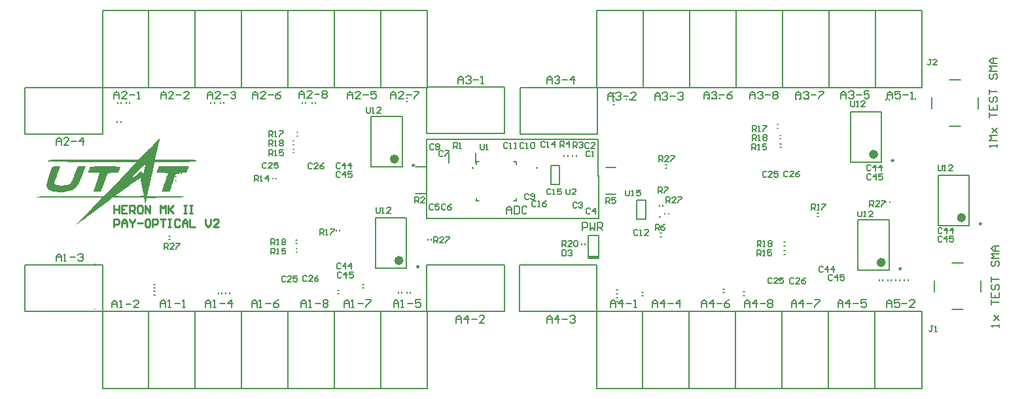
<source format=gto>
G04*
G04 #@! TF.GenerationSoftware,Altium Limited,Altium Designer,18.1.9 (240)*
G04*
G04 Layer_Color=65535*
%FSTAX44Y44*%
%MOMM*%
G71*
G01*
G75*
%ADD10C,0.2540*%
%ADD11C,0.2500*%
%ADD12C,0.6000*%
%ADD13C,0.2000*%
%ADD14C,0.1270*%
%ADD15C,0.4000*%
G36*
X00183835Y00348104D02*
Y00347907D01*
X00183736Y00347414D01*
X00183637Y00346525D01*
X00183341Y00345539D01*
Y0034544D01*
X00183243Y00345243D01*
Y00344947D01*
X00183144Y00344552D01*
X00182848Y00343565D01*
X00182651Y00342381D01*
Y00342282D01*
Y00342085D01*
X00182552Y00341592D01*
X00182453Y00340999D01*
X00182256Y0034021D01*
X00182058Y00339125D01*
X00181762Y00337743D01*
X00181368Y00336164D01*
Y00335967D01*
X0018117Y00335474D01*
X00180973Y00334585D01*
X00180776Y00333697D01*
X00180282Y00331526D01*
X00180085Y0033054D01*
X00179986Y00329651D01*
X00178111Y00322152D01*
X0017821D01*
X00178309Y00322053D01*
X00178506D01*
X00178901Y00321954D01*
X00179493D01*
X00180381Y00321856D01*
X00181466Y00321757D01*
X00182848Y00321658D01*
X00184624D01*
X00185709Y0032156D01*
X00188078D01*
X00189361Y00321461D01*
X00194196D01*
X00196071Y00321362D01*
X00219359D01*
X00221333Y00321264D01*
X00226267D01*
X00227451Y00321165D01*
X00228734D01*
X00229326Y00321066D01*
X00229918Y00320968D01*
X0023051Y00320869D01*
X00231102Y00320672D01*
X00231497Y00320376D01*
X00231595Y00319981D01*
X00231497Y00319783D01*
X00231398Y00319586D01*
X00231201Y00319389D01*
X00230707Y00319191D01*
X00230115Y00318994D01*
X00229227Y00318797D01*
X00228043Y00318698D01*
X002238D01*
X00222418Y00318599D01*
X00193505D01*
X00191038Y00318501D01*
X00186006D01*
X00183637Y00318402D01*
X00180677D01*
X00179888Y00318303D01*
X00178506D01*
X00178013Y00318205D01*
X00177618D01*
X00177421Y00318106D01*
X00177322D01*
Y00318007D01*
Y00317613D01*
X00177223Y00317316D01*
Y00316922D01*
X00177125Y00316428D01*
X00177026Y00315738D01*
X00176828Y00314948D01*
X00176631Y0031406D01*
X00176434Y00312975D01*
X00176236Y00311692D01*
X0017594Y0031031D01*
X00175546Y00308731D01*
X00175151Y00306857D01*
X00174657Y00304883D01*
Y00304784D01*
X00174559Y00304587D01*
X0017446Y00304093D01*
X00174361Y00303501D01*
X00174164Y00302811D01*
X00173967Y00301824D01*
X00173671Y00300739D01*
X00173375Y00299554D01*
X00173079Y00298074D01*
X00172684Y00296495D01*
X00172289Y00294719D01*
X00171894Y00292745D01*
X00171401Y00290574D01*
X00170908Y00288305D01*
X00170316Y00285838D01*
X00169723Y00283174D01*
X00167849Y00274293D01*
X00199525D01*
X00201696Y00274194D01*
X00206235D01*
X00208406Y00274095D01*
X00210379Y00273997D01*
X00212254D01*
X00213833Y00273898D01*
X00214425Y00273799D01*
X00215017D01*
X00215412Y002737D01*
X00215708Y00273602D01*
X00215905D01*
X00216004Y00273503D01*
X00215807Y00273404D01*
X00215609Y00273306D01*
X00215215Y00273207D01*
X00214721Y00273108D01*
X00213932Y0027301D01*
X00212945Y00272911D01*
X00211662Y00272812D01*
X00209985Y00272714D01*
X00208998Y00272615D01*
X00208011D01*
X00206827Y00272516D01*
X00205643Y00272418D01*
X00204261D01*
X00202781Y00272319D01*
X00201202D01*
X00199525Y0027222D01*
X00195676D01*
X00193604Y00272122D01*
X00191334D01*
X00167355Y00271826D01*
X00166763Y00268569D01*
Y0026847D01*
X00166665Y00268076D01*
X00166467Y00267582D01*
X0016627Y0026699D01*
X00166072Y00266299D01*
X00165875Y00265806D01*
X00165579Y00265313D01*
X00165382Y00265115D01*
X00165283D01*
X00165184Y00265214D01*
X00165086Y00265411D01*
X00164987Y00265707D01*
X00164888Y00266102D01*
Y00266694D01*
Y00266793D01*
Y00267286D01*
X0016479Y00267878D01*
X00164691Y00268569D01*
X00164592Y00269457D01*
X00164296Y00270345D01*
X00164Y00271233D01*
X00163507Y00272122D01*
X0012295D01*
X00119989Y00269951D01*
X00119891D01*
X00119792Y00269753D01*
X00119496Y00269556D01*
X00119101Y0026926D01*
X00118707Y00268964D01*
X00118114Y0026847D01*
X00116733Y00267385D01*
X00114957Y00266003D01*
X00112786Y00264425D01*
X00110417Y0026255D01*
X00107654Y00260477D01*
X00104694Y00258307D01*
X00101438Y0025584D01*
X00097984Y00253274D01*
X00094234Y00250609D01*
X00090386Y00247748D01*
X0008634Y00244886D01*
X00082195Y00241926D01*
X00077853Y00238867D01*
X00076274Y00237781D01*
X00076373Y0023788D01*
X00076472Y00237979D01*
X00076669Y00238275D01*
X00076965Y00238571D01*
X0007736Y00239064D01*
X00077952Y00239755D01*
X00078643Y00240544D01*
X00078939Y0024084D01*
X00079136Y00241038D01*
X00079432Y00241334D01*
X00079926Y00241827D01*
X00080518Y00242419D01*
X00081307Y00243209D01*
X00082195Y00244195D01*
X00083379Y00245281D01*
X00084662Y00246662D01*
X00086241Y0024834D01*
X00088116Y00250215D01*
X00090287Y00252484D01*
X00092655Y00254951D01*
X00092853Y00255149D01*
X00093247Y00255543D01*
X00093938Y00256234D01*
X00094826Y00257221D01*
X00095912Y00258307D01*
X00097096Y00259491D01*
X00099662Y00262254D01*
X00102326Y00265017D01*
X00103609Y00266398D01*
X00104793Y00267582D01*
X0010578Y00268668D01*
X00106569Y00269655D01*
X0010726Y00270345D01*
X00107556Y0027074D01*
X00108641Y00272122D01*
X00056144Y00272122D01*
X00052592Y0027222D01*
X00044895D01*
X00040947Y00272319D01*
X00037099Y00272418D01*
X00033547Y00272516D01*
X00031869D01*
X00030389Y00272615D01*
X00028909D01*
X00027626Y00272714D01*
X0002654Y00272812D01*
X00025554D01*
X00024863Y00272911D01*
X00024271Y0027301D01*
X00023876Y00273108D01*
X00023777Y00273207D01*
X00023876Y00273306D01*
X00024073D01*
X00024468Y00273404D01*
X00025159Y00273503D01*
X00026146Y00273602D01*
X00026738D01*
X00027428Y002737D01*
X00028317D01*
X00029303Y00273799D01*
X00030389D01*
X00031672Y00273898D01*
X00033053D01*
X00034533Y00273996D01*
X00038086D01*
X00040158Y00274095D01*
X00042428D01*
X00044796Y00274194D01*
X00050322D01*
X00053282Y00274293D01*
X00111108Y00274293D01*
X00124035Y00287219D01*
X00124233Y00287417D01*
X00124726Y0028791D01*
X00125614Y00288897D01*
X00126897Y0029018D01*
X00128574Y00291857D01*
X00130548Y0029393D01*
X00132916Y00296298D01*
X00134199Y00297679D01*
X00135581Y0029916D01*
X00135679Y00299258D01*
X00135877Y00299554D01*
X00136271Y00299949D01*
X00136863Y00300442D01*
X00137456Y00301133D01*
X00138146Y00301824D01*
X00139725Y00303501D01*
X00141403Y00305179D01*
X00142982Y00306955D01*
X00144363Y00308337D01*
X00144955Y00308929D01*
X00145449Y00309422D01*
X0015433Y00318599D01*
X00067887Y00318599D01*
X0006246Y00318698D01*
X00046079D01*
X00044303Y00318797D01*
X00040454D01*
X00039665Y00318895D01*
X00038974D01*
Y00318994D01*
X00039072Y00319191D01*
X00039171Y00319389D01*
X00039369Y00319783D01*
X00039763Y00320079D01*
X00040257Y00320474D01*
X00041046Y0032077D01*
X00042033Y00320968D01*
X0004223D01*
X00042428Y00321066D01*
X00043118D01*
X00043612Y00321165D01*
X00044204D01*
X00044993Y00321264D01*
X00045783Y00321362D01*
X00046868D01*
X00047954Y00321461D01*
X00050717D01*
X00052295Y0032156D01*
X00064334D01*
X00066111Y00321461D01*
X00081208D01*
X00083083Y00321362D01*
X00156501Y00321362D01*
X00166763Y00331625D01*
X00166862Y00331724D01*
X00167059Y00331921D01*
X00167553Y00332414D01*
X00168145Y00333007D01*
X00169033Y00333796D01*
X0017002Y00334881D01*
X00171302Y00336164D01*
X00172881Y00337743D01*
X0017298Y00337842D01*
X00173079Y0033794D01*
X00173671Y00338532D01*
X0017446Y00339421D01*
X00175447Y00340506D01*
X00176631Y0034169D01*
X00177914Y00343072D01*
X00179197Y00344355D01*
X00180381Y00345637D01*
X0018048Y00345736D01*
X00180874Y00346131D01*
X00181368Y00346624D01*
X0018196Y00347315D01*
X00182651Y00347907D01*
X00183144Y003484D01*
X00183637Y00348795D01*
X00183835Y00348894D01*
Y00348104D01*
D02*
G37*
G36*
X00084366Y00302416D02*
X00084268Y00302219D01*
X00084169Y00301824D01*
X00083873Y00301133D01*
X00083577Y00300146D01*
X00083083Y00299061D01*
X0008259Y00297778D01*
X00081998Y00296397D01*
X00081307Y00294916D01*
X00079926Y00291956D01*
X00079136Y00290476D01*
X00078248Y00289094D01*
X00077459Y00287713D01*
X00076571Y00286627D01*
X00075781Y00285641D01*
X00074893Y00284851D01*
X00074794Y00284752D01*
X00074597Y00284654D01*
X00074202Y00284358D01*
X00073709Y00283963D01*
X00073018Y00283568D01*
X00072229Y00283174D01*
X00071242Y0028268D01*
X00070156Y00282187D01*
X00068874Y00281595D01*
X00067492Y00281101D01*
X00065913Y00280707D01*
X00064137Y00280312D01*
X00062262Y00279917D01*
X0006019Y00279621D01*
X00058019Y00279522D01*
X00055651Y00279424D01*
X00054565D01*
X00053776Y00279522D01*
X00052888D01*
X00051802Y00279621D01*
X00050618Y0027972D01*
X00049335Y00279917D01*
X00046769Y00280411D01*
X00044204Y00281101D01*
X00042921Y00281595D01*
X00041836Y00282088D01*
X00040849Y00282779D01*
X00039961Y0028347D01*
X00039862Y00283568D01*
X00039566Y00283864D01*
X00039171Y00284456D01*
X00038777Y00285049D01*
X00038382Y00285838D01*
X00037987Y00286825D01*
X00037691Y00287812D01*
X00037592Y00288897D01*
Y00288996D01*
Y00289094D01*
Y0028939D01*
X00037691Y00289785D01*
X0003779Y00290377D01*
X00037987Y00291167D01*
X00038184Y00292055D01*
X00038481Y00293239D01*
X00038875Y00294522D01*
X0003927Y00296101D01*
X00039862Y00297975D01*
X00040553Y00300048D01*
X00041342Y00302416D01*
X00042329Y0030508D01*
X00043414Y00308041D01*
X00044599Y00311297D01*
Y00311396D01*
X00044796Y00311593D01*
X00045092Y00311791D01*
X00045585Y00312185D01*
X00046276Y00312481D01*
X00047263Y00312679D01*
X00048644Y00312876D01*
X00049434Y00312975D01*
X00055453D01*
Y00312876D01*
X00055355Y0031258D01*
X00055157Y00312087D01*
X00054861Y00311396D01*
X00054565Y00310508D01*
X0005417Y00309422D01*
X00053776Y00308238D01*
X00053282Y00306856D01*
X0005269Y00305278D01*
X00052098Y00303699D01*
X00051407Y00301923D01*
X00050717Y00299949D01*
X00050026Y00297975D01*
X00049236Y00295903D01*
X00047559Y00291364D01*
X00047658Y00291265D01*
X00047756Y00291167D01*
X00048052Y0029087D01*
X00048348Y00290476D01*
X00048447Y00290377D01*
X00048644Y0029018D01*
X0004894Y00289982D01*
X00049039Y00289785D01*
X00049236Y00289686D01*
X00049335Y00289588D01*
X00049631Y00289292D01*
X0004973Y00289193D01*
X00049927Y00289094D01*
X00050125Y00288996D01*
X00050421Y00288897D01*
X00050717D01*
X00051013Y00288798D01*
X00051309Y00288601D01*
X00051407D01*
X00051704Y00288502D01*
X00052098Y00288404D01*
X00052592Y00288305D01*
X0005348D01*
X00054072Y00288206D01*
X00054664D01*
X00055355Y00288107D01*
X00059203D01*
X00059696Y00288206D01*
X00060289D01*
X00061078Y00288305D01*
X00062657Y00288502D01*
X00064433Y00288798D01*
X00066209Y0028939D01*
X00067689Y00290081D01*
X0006838Y00290574D01*
X00068972Y00291068D01*
X00069071Y00291167D01*
X00069268Y00291561D01*
X00069564Y00292153D01*
X0006986Y00292647D01*
X00070058Y00293239D01*
X00070452Y0029393D01*
X00070749Y00294719D01*
X00071242Y00295706D01*
X00071637Y00296791D01*
X00072229Y00297975D01*
X00072821Y00299456D01*
X00073413Y00300936D01*
X00074104Y00302712D01*
X00077853Y00312679D01*
X00077952D01*
X00078248Y00312777D01*
X00078643D01*
X00079235Y00312876D01*
X00079926D01*
X00080814Y00312975D01*
X00085057D01*
X00086636Y00313073D01*
X00087425D01*
X00088116Y00313172D01*
X00084366Y00302416D01*
D02*
G37*
G36*
X00220543Y00308633D02*
X00219162Y00304291D01*
X00205445D01*
X00205347Y00304093D01*
X00205149Y00303501D01*
X00204853Y00302613D01*
X0020436Y00301232D01*
X00203768Y00299456D01*
X00203077Y00297383D01*
X00202682Y00296199D01*
X00202189Y00294916D01*
X00201695Y00293436D01*
X00201202Y00291956D01*
Y00291857D01*
X00201103Y00291561D01*
X00200906Y00291167D01*
X00200709Y00290574D01*
X00200511Y00289982D01*
X00200215Y00289193D01*
X00199623Y00287318D01*
X00198932Y00285345D01*
X00198143Y00283371D01*
X00197452Y00281397D01*
X00196762Y0027972D01*
X00190347D01*
X00189361Y00279818D01*
X00188374D01*
X00187584Y00279917D01*
X00186992Y00280016D01*
X00186894Y00280115D01*
X00186795Y00280213D01*
Y00280312D01*
X00186894Y00280509D01*
Y00280707D01*
X00186992Y00281003D01*
X00187091Y00281397D01*
X00187288Y00281989D01*
X00187486Y00282582D01*
X00187782Y00283371D01*
X00188078Y00284358D01*
X00188472Y00285542D01*
X00188966Y00286923D01*
X00189459Y00288404D01*
X0019015Y00290278D01*
X00190841Y00292252D01*
Y00292351D01*
X00191038Y00292745D01*
X00191236Y00293337D01*
X00191433Y00294028D01*
X00191828Y00294916D01*
X00192124Y00295903D01*
X00192913Y00298074D01*
X00193604Y00300245D01*
X00193999Y00301232D01*
X00194295Y0030212D01*
X00194492Y00302811D01*
X00194689Y00303403D01*
X00194887Y00303797D01*
Y00303995D01*
X00194788D01*
X00194295Y00304093D01*
X00193604D01*
X00192716Y00304192D01*
X0019163D01*
X00190446Y00304291D01*
X00183835D01*
X00182354Y0030439D01*
X0018117D01*
X00180677Y00304488D01*
X00180282D01*
X00180085Y00304587D01*
X00179986D01*
Y00304686D01*
Y00304784D01*
X00180085Y0030508D01*
X00180184Y00305574D01*
X00180282Y00306166D01*
X00180578Y00306955D01*
X00180874Y00307942D01*
X00181368Y00309126D01*
X00182946Y00312975D01*
X00222221D01*
X00220543Y00308633D01*
D02*
G37*
G36*
X00121469Y00312876D02*
X00123344D01*
X00125121Y00312777D01*
X00126897D01*
X00128476Y00312679D01*
X00129956Y0031258D01*
X00131239Y00312481D01*
X00132226Y00312383D01*
X00132522Y00312284D01*
X00132818D01*
X00132916Y00312185D01*
X00133015Y00312087D01*
Y00311889D01*
X00132916Y00311692D01*
X00132818Y00311297D01*
X00132719Y00310804D01*
X00132423Y00310014D01*
X00132127Y00309126D01*
X00131633Y00308041D01*
X00130548Y00304587D01*
X00130153D01*
X0012966Y00304488D01*
X0012887D01*
X00127982Y0030439D01*
X00126798D01*
X00125318Y00304291D01*
X00121173D01*
X00119989Y00304192D01*
X00118904D01*
X0011772Y00304093D01*
X00116733Y00303995D01*
X0011545Y00300541D01*
X00115351Y00300442D01*
X00115253Y00299949D01*
X00115055Y00299653D01*
X00114957Y0029916D01*
X00114759Y00298666D01*
X00114463Y00297976D01*
X00114266Y00297186D01*
X00113871Y00296298D01*
X00113575Y00295311D01*
X00113181Y00294226D01*
X00112687Y00292943D01*
X00112194Y00291561D01*
X001117Y00289982D01*
X00111108Y00288305D01*
X00108148Y0027972D01*
X00101734D01*
X00100846Y00279818D01*
X00099958D01*
X00099168Y00279917D01*
X00098576Y00280016D01*
X00098477Y00280115D01*
X00098379Y00280213D01*
X00102424Y00292449D01*
X0010647Y00304291D01*
X00096602D01*
X00095221Y0030439D01*
X00093741D01*
X00092557Y00304488D01*
X00092063Y00304587D01*
X00091668D01*
X00091471Y00304686D01*
X00091372Y00304784D01*
Y00304982D01*
X00091471Y00305376D01*
X00091668Y00305968D01*
X00091965Y00306856D01*
X00092162Y00307449D01*
X00092458Y00308139D01*
X00092655Y00308929D01*
X0009305Y00309817D01*
X00093445Y00310902D01*
X00093839Y00312087D01*
X00093938D01*
X00094037Y00312185D01*
X00094234D01*
X0009453Y00312284D01*
X00095023Y00312383D01*
X00095616Y00312481D01*
X00096504Y0031258D01*
X00097589Y0031258D01*
X00098872Y00312679D01*
X00100451Y00312777D01*
X00102424Y00312876D01*
X00104595D01*
X00107161Y00312975D01*
X00119693D01*
X00121469Y00312876D01*
D02*
G37*
%LPC*%
G36*
X00165382Y00315639D02*
X00165184Y00315442D01*
X00164691Y00315047D01*
X00163902Y00314356D01*
X00162816Y00313468D01*
X00161533Y00312383D01*
X00160152Y00311198D01*
X00158672Y00309817D01*
X00157191Y00308337D01*
X00154132Y00305376D01*
X00152751Y00303896D01*
X00151468Y00302515D01*
X00150382Y00301232D01*
X00149593Y00299949D01*
X001491Y00298962D01*
X00148902Y00298074D01*
X00149198Y0029837D01*
X00149297D01*
X00149396Y00298469D01*
X00149692Y00298568D01*
X00150086Y00298864D01*
X00150185Y00298962D01*
X0015058Y00299258D01*
X00151073Y00299653D01*
X00151764Y00300245D01*
X00151961Y00300344D01*
X00152455Y00300739D01*
X00153146Y00301331D01*
X00154034Y0030212D01*
X00154132Y00302219D01*
X00154231Y00302317D01*
X00154527Y00302515D01*
X00154922Y00302811D01*
X00155908Y00303501D01*
X00156994Y00304291D01*
X00157093Y0030439D01*
X00157487Y00304686D01*
X00158079Y0030508D01*
X00158672Y00305574D01*
X00159362Y00305968D01*
X00159954Y00306363D01*
X00160349Y00306659D01*
X00160645Y00306758D01*
X00160744D01*
X00160842Y00306659D01*
X0016104Y00306462D01*
X00161237Y00306067D01*
X00161533Y00305574D01*
X00161829Y00304883D01*
X00162224Y00303995D01*
Y00303896D01*
X00162323Y00303797D01*
X0016252Y00303403D01*
X00162619Y00303304D01*
X00162816D01*
X00162915Y00303501D01*
X00163013Y00303995D01*
Y00304192D01*
X00163211Y00304686D01*
X00163408Y00305574D01*
X00163803Y00306758D01*
Y00306857D01*
Y00306955D01*
Y00307449D01*
X00163902Y00308139D01*
X00164099Y00308633D01*
Y00308731D01*
X00164198Y00308929D01*
Y00309225D01*
X00164296Y0030962D01*
X00164494Y00310606D01*
X0016479Y00311889D01*
X00164987Y00313073D01*
X00165184Y00314258D01*
X00165283Y00315146D01*
X00165382Y00315442D01*
Y00315639D01*
D02*
G37*
G36*
X00158968Y00297778D02*
X00158869D01*
X0015877Y00297679D01*
X00158573Y00297581D01*
X00158277Y00297383D01*
X00157882Y00297186D01*
X0015729Y00296791D01*
X00156599Y00296298D01*
X00155711Y00295706D01*
X00154527Y00294916D01*
X00153244Y00294028D01*
X00151665Y00292943D01*
X0014979Y00291561D01*
X00147718Y00290081D01*
X00145251Y00288305D01*
X00142488Y00286233D01*
X00126502Y00274589D01*
X00135975Y00274293D01*
X0015433D01*
X00163507Y00274589D01*
X00161336Y00285937D01*
Y00286035D01*
X00161237Y0028643D01*
X00161138Y00287022D01*
X0016104Y00287812D01*
X00160842Y002887D01*
X00160645Y00289686D01*
X0016025Y00291857D01*
X00159856Y00294028D01*
X0015956Y00295015D01*
X00159461Y00295903D01*
X00159264Y00296693D01*
X00159165Y00297285D01*
X00159066Y00297679D01*
X00158968Y00297778D01*
D02*
G37*
%LPD*%
D10*
X0058932Y0031075D02*
G03*
X0058932Y0031075I-0000032J0D01*
G01*
X00831114Y0024725D02*
G03*
X00831114Y0024725I-00000254J0D01*
G01*
X00672158Y00311036D02*
G03*
X00672158Y00311036I-00000254J0D01*
G01*
X0012504Y00262423D02*
Y00252426D01*
Y00257424D01*
X00131705D01*
Y00262423D01*
Y00252426D01*
X00141701Y00262423D02*
X00135037D01*
Y00252426D01*
X00141701D01*
X00135037Y00257424D02*
X00138369D01*
X00145034Y00252426D02*
Y00262423D01*
X00150032D01*
X00151698Y00260756D01*
Y00257424D01*
X00150032Y00255758D01*
X00145034D01*
X00148366D02*
X00151698Y00252426D01*
X00160029Y00262423D02*
X00156697D01*
X0015503Y00260756D01*
Y00254092D01*
X00156697Y00252426D01*
X00160029D01*
X00161695Y00254092D01*
Y00260756D01*
X00160029Y00262423D01*
X00165027Y00252426D02*
Y00262423D01*
X00171692Y00252426D01*
Y00262423D01*
X00185021Y00252426D02*
Y00262423D01*
X00188353Y0025909D01*
X00191685Y00262423D01*
Y00252426D01*
X00195018Y00262423D02*
Y00252426D01*
Y00255758D01*
X00201682Y00262423D01*
X00196684Y00257424D01*
X00201682Y00252426D01*
X00215011Y00262423D02*
X00218343D01*
X00216677D01*
Y00252426D01*
X00215011D01*
X00218343D01*
X00223342Y00262423D02*
X00226674D01*
X00225008D01*
Y00252426D01*
X00223342D01*
X00226674D01*
X0012504Y00234334D02*
Y0024433D01*
X00130038D01*
X00131705Y00242664D01*
Y00239332D01*
X00130038Y00237666D01*
X0012504D01*
X00135037Y00234334D02*
Y00240998D01*
X00138369Y0024433D01*
X00141701Y00240998D01*
Y00234334D01*
Y00239332D01*
X00135037D01*
X00145034Y0024433D02*
Y00242664D01*
X00148366Y00239332D01*
X00151698Y00242664D01*
Y0024433D01*
X00148366Y00239332D02*
Y00234334D01*
X0015503Y00239332D02*
X00161695D01*
X00170026Y0024433D02*
X00166693D01*
X00165027Y00242664D01*
Y00236D01*
X00166693Y00234334D01*
X00170026D01*
X00171692Y00236D01*
Y00242664D01*
X00170026Y0024433D01*
X00175024Y00234334D02*
Y0024433D01*
X00180022D01*
X00181688Y00242664D01*
Y00239332D01*
X00180022Y00237666D01*
X00175024D01*
X00185021Y0024433D02*
X00191685D01*
X00188353D01*
Y00234334D01*
X00195018Y0024433D02*
X0019835D01*
X00196684D01*
Y00234334D01*
X00195018D01*
X0019835D01*
X00210013Y00242664D02*
X00208347Y0024433D01*
X00205014D01*
X00203348Y00242664D01*
Y00236D01*
X00205014Y00234334D01*
X00208347D01*
X00210013Y00236D01*
X00213345Y00234334D02*
Y00240998D01*
X00216677Y0024433D01*
X00220009Y00240998D01*
Y00234334D01*
Y00239332D01*
X00213345D01*
X00223342Y0024433D02*
Y00234334D01*
X00230006D01*
X00243335Y0024433D02*
Y00237666D01*
X00246667Y00234334D01*
X0025Y00237666D01*
Y0024433D01*
X00259996Y00234334D02*
X00253332D01*
X00259996Y00240998D01*
Y00242664D01*
X0025833Y0024433D01*
X00254998D01*
X00253332Y00242664D01*
D11*
X00519322Y00183004D02*
G03*
X00519322Y00183004I-0000125J0D01*
G01*
X011434Y0018043D02*
G03*
X011434Y0018043I-0000125J0D01*
G01*
X01247374Y0023846D02*
G03*
X01247374Y0023846I-0000125J0D01*
G01*
X01133582Y00320418D02*
G03*
X01133582Y00320418I-0000125J0D01*
G01*
X00513568Y00314322D02*
G03*
X00513568Y00314322I-0000125J0D01*
G01*
D12*
X00496572Y00191004D02*
G03*
X00496572Y00191004I-00003J0D01*
G01*
X0112065Y0018843D02*
G03*
X0112065Y0018843I-00003J0D01*
G01*
X01224624Y0024646D02*
G03*
X01224624Y0024646I-00003J0D01*
G01*
X01110832Y00328418D02*
G03*
X01110832Y00328418I-00003J0D01*
G01*
X00490818Y00322322D02*
G03*
X00490818Y00322322I-00003J0D01*
G01*
D13*
X007525Y00283052D02*
Y00301557D01*
X0073825Y00195D02*
Y0022325D01*
X0075175D01*
Y00195D02*
Y0022325D01*
X01205828Y00424752D02*
X01220628D01*
X01205828Y00364752D02*
X01220628D01*
X01183228Y00387352D02*
Y00402152D01*
X01243228Y00387352D02*
Y00402152D01*
X01209168Y00187638D02*
X01223968D01*
X01209168Y00127638D02*
X01223968D01*
X01186568Y00150238D02*
Y00165038D01*
X01246568Y00150238D02*
Y00165038D01*
X00529816Y00312322D02*
Y00348017D01*
Y0027334D02*
Y00312322D01*
Y00245745D02*
Y0027334D01*
Y00355544D02*
X00629816D01*
X00529816D02*
Y00415544D01*
X00629816D01*
Y00355544D02*
Y00415544D01*
X006505Y00415D02*
X007505D01*
Y00355D02*
Y00415D01*
X006505Y00355D02*
X007505D01*
X006505D02*
Y00415D01*
X0065Y00185D02*
X0075D01*
Y00125D02*
Y00185D01*
X0065Y00125D02*
X0075D01*
X0065D02*
Y00185D01*
X00529816Y00125D02*
X00629816D01*
X00529816D02*
Y00185D01*
X00629816D01*
Y00125D02*
Y00185D01*
X0011Y00355D02*
Y00415D01*
X0001D02*
X0011D01*
X0001Y00355D02*
Y00415D01*
Y00355D02*
X0011D01*
Y00515D02*
X0053D01*
X0011Y00415D02*
Y00515D01*
Y00415D02*
X0053D01*
X0053D02*
Y00515D01*
X0017Y00415D02*
Y00515D01*
X0023Y00415D02*
Y00515D01*
X0029Y00415D02*
Y00515D01*
X0035Y00415D02*
Y00515D01*
X0041Y00415D02*
Y00515D01*
X0047Y00415D02*
Y00515D01*
X0075D02*
X0117D01*
X0075Y00415D02*
Y00515D01*
Y00415D02*
X0117D01*
X0117D02*
Y00515D01*
X0081Y004145D02*
Y005145D01*
X0087Y004145D02*
Y005145D01*
X0093Y004145D02*
Y005145D01*
X0099Y0041633D02*
Y005145D01*
X0105Y004145D02*
Y005145D01*
X0111Y004145D02*
Y005145D01*
X0075Y00125D02*
X0117D01*
X0074925D02*
X0075Y00025D01*
X0117D01*
Y00125D01*
X0080925Y00025D02*
Y00125D01*
X0086925Y00025D02*
Y00125D01*
X0092925Y00025D02*
Y00125D01*
X0098925Y00025D02*
Y00125D01*
X0104925Y00025D02*
Y00125D01*
X0110925Y00025D02*
Y00125D01*
X0047Y00025D02*
Y00125D01*
X0041Y00025D02*
Y00125D01*
X0035Y0002683D02*
Y00125D01*
X0029Y00025D02*
Y00125D01*
X0023Y00025D02*
Y00125D01*
X0017Y00025D02*
Y00125D01*
X0053Y00025D02*
Y00125D01*
X0011Y00025D02*
X0053D01*
X0011D02*
Y00125D01*
X001Y0012825D02*
X001005Y0012875D01*
X0001Y00125D02*
X0011D01*
X0001D02*
Y00185D01*
X0011D01*
X001005Y0018725D02*
X001005Y0018725D01*
X0011Y00125D02*
Y00185D01*
Y00125D02*
X0053D01*
X007525Y00245745D02*
Y00283052D01*
X00751586Y0030066D02*
Y00348017D01*
X00529816Y00245745D02*
X007525D01*
X00529816Y00348017D02*
X00751586D01*
X00503572Y00181004D02*
Y00246004D01*
X00463572Y00181004D02*
Y00246004D01*
Y00181004D02*
X00503572D01*
X00463572Y00246004D02*
X00503572D01*
X0108765Y0024343D02*
X0112765D01*
X0108765Y0017843D02*
X0112765D01*
X0108765D02*
Y0024343D01*
X0112765Y0017843D02*
Y0024343D01*
X01191624Y0030146D02*
X01231624D01*
X01191624Y0023646D02*
X01231624D01*
X01191624D02*
Y0030146D01*
X01231624Y0023646D02*
Y0030146D01*
X01077832Y00383418D02*
X01117832D01*
X01077832Y00318418D02*
X01117832D01*
X01077832D02*
Y00383418D01*
X01117832Y00318418D02*
Y00383418D01*
X00838Y00251D02*
Y002525D01*
X008425Y00251D02*
Y002525D01*
X00835Y00261378D02*
Y00262878D01*
X008305Y00261378D02*
Y00262878D01*
X00810286Y0024471D02*
X00812826D01*
X0080165Y0026884D02*
X00812826D01*
Y0024471D02*
Y0026884D01*
X0080165Y0024471D02*
Y0026884D01*
X00803936Y0024471D02*
X00810286D01*
X0080165D02*
X00803936D01*
X00712103Y00326148D02*
Y00327648D01*
X00707603Y00326148D02*
Y00327648D01*
X00457818Y00377322D02*
X00497818D01*
X00457818Y00312322D02*
X00497818D01*
X00457818D02*
Y00377322D01*
X00497818Y00312322D02*
Y00377322D01*
X00983Y00367D02*
X009845D01*
X00983Y003625D02*
X009845D01*
X007185Y00326148D02*
Y00327648D01*
X00723Y00326148D02*
Y00327648D01*
X0033049Y00296684D02*
Y00298184D01*
X0033499Y00296684D02*
Y00298184D01*
X00531196Y0021726D02*
Y0021876D01*
X00535696Y0021726D02*
Y0021876D01*
X00761088Y00311404D02*
X00773834D01*
X00761088Y00276606D02*
X00773834D01*
X00689938Y00313576D02*
X00692478D01*
X00689938Y00289446D02*
X00701114D01*
X00689938D02*
Y00313576D01*
X00701114Y00289446D02*
Y00313576D01*
X00692478D02*
X00698828D01*
X00701114D01*
X0051547Y00277448D02*
X00528216D01*
X0051547Y00312246D02*
X00528216D01*
X00832116Y00222032D02*
X00833616D01*
X00832116Y00226532D02*
X00833616D01*
X00593344Y00317604D02*
Y0033035D01*
X00558546Y00317604D02*
Y0033035D01*
X00593852Y0026797D02*
Y00271272D01*
Y00315976D02*
Y00319278D01*
X00641858D02*
X0064516D01*
Y0026797D02*
Y00271272D01*
X00593852Y0026797D02*
X00597154D01*
X00593852Y00319278D02*
X00597154D01*
X00641858Y0026797D02*
X0064516D01*
Y00315976D02*
Y00319278D01*
X0112874Y00266204D02*
Y00267704D01*
X0112424Y00266204D02*
Y00267704D01*
X01162268Y003993D02*
Y004008D01*
X01157768Y003993D02*
Y004008D01*
X01147862Y00165112D02*
Y00166612D01*
X01152362Y00165112D02*
Y00166612D01*
X00986489Y00341966D02*
X00987989D01*
X00986489Y00337466D02*
X00987989D01*
X00986349Y00352888D02*
X00987849D01*
X00986349Y00348388D02*
X00987849D01*
X01034838Y002525D02*
X01036338D01*
X01034838Y00248D02*
X01036338D01*
X00991582Y00214527D02*
X00993082D01*
X00991582Y00210027D02*
X00993082D01*
X01115096Y00164858D02*
Y00166358D01*
X01119596Y00164858D02*
Y00166358D01*
X00939304Y00150332D02*
X00940804D01*
X00939304Y00145832D02*
X00940804D01*
X00912888Y00153888D02*
X00914388D01*
X00912888Y00149388D02*
X00914388D01*
X01126018Y00165112D02*
Y00166612D01*
X01130518Y00165112D02*
Y00166612D01*
X0113694Y00165112D02*
Y00166612D01*
X0114144Y00165112D02*
Y00166612D01*
X01012408Y00399554D02*
Y00401054D01*
X01007908Y00399554D02*
Y00401054D01*
X0090903Y0040057D02*
Y0040207D01*
X0090453Y0040057D02*
Y0040207D01*
X00791936Y00399046D02*
Y00400546D01*
X00787436Y00399046D02*
Y00400546D01*
X00774966Y00142712D02*
X00776466D01*
X00774966Y00138212D02*
X00776466D01*
X0077522Y00152872D02*
X0077672D01*
X0077522Y00148372D02*
X0077672D01*
X0080824Y0014957D02*
X0080974D01*
X0080824Y0014507D02*
X0080974D01*
X01023076Y0039947D02*
Y0040097D01*
X01018576Y0039947D02*
Y0040097D01*
X00898362Y0040057D02*
Y0040207D01*
X00893862Y0040057D02*
Y0040207D01*
X00771156Y00407634D02*
X00772656D01*
X00771156Y00403134D02*
X00772656D01*
X01128232Y00398792D02*
Y00400292D01*
X01123732Y00398792D02*
Y00400292D01*
X00770902Y00396796D02*
X00772402D01*
X00770902Y00392296D02*
X00772402D01*
X00417286Y00229374D02*
Y00230874D01*
X00412786Y00229374D02*
Y00230874D01*
X00360504Y00217321D02*
X00362004D01*
X00360504Y00212821D02*
X00362004D01*
X00446798Y0015523D02*
X00448298D01*
X00446798Y0015973D02*
X00448298D01*
X0049755Y00148856D02*
Y00150356D01*
X0049305Y00148856D02*
Y00150356D01*
X00176542Y00146594D02*
X00178042D01*
X00176542Y00151094D02*
X00178042D01*
X00264632Y0014784D02*
Y0014934D01*
X00260132Y0014784D02*
Y0014934D01*
X0041454Y00152618D02*
X0041604D01*
X0041454Y00148118D02*
X0041604D01*
X00508726Y00148856D02*
Y00150356D01*
X00504226Y00148856D02*
Y00150356D01*
X00176288Y00155484D02*
X00177788D01*
X00176288Y00159984D02*
X00177788D01*
X00274284Y0014784D02*
Y0014934D01*
X00269784Y0014784D02*
Y0014934D01*
X0036875Y00394728D02*
Y00396228D01*
X0037325Y00394728D02*
Y00396228D01*
X00133822Y00370174D02*
Y00371674D01*
X00129322Y00370174D02*
Y00371674D01*
X00141006Y0039422D02*
Y0039572D01*
X00145506Y0039422D02*
Y0039572D01*
X0012983Y0039422D02*
Y0039572D01*
X0013433Y0039422D02*
Y0039572D01*
X0038129Y00394728D02*
Y00396228D01*
X0038579Y00394728D02*
Y00396228D01*
X0025048Y00394728D02*
Y00396228D01*
X0025498Y00394728D02*
Y00396228D01*
X00503186Y00397038D02*
X00504686D01*
X00503186Y00401538D02*
X00504686D01*
X00262672Y00394728D02*
Y00396228D01*
X00267172Y00394728D02*
Y00396228D01*
X00204016Y00299176D02*
X00205516D01*
X00204016Y00294676D02*
X00205516D01*
X003615Y00352322D02*
X00363D01*
X003615Y00356822D02*
X00363D01*
X003565Y00345882D02*
X00358D01*
X003565Y00341382D02*
X00358D01*
X00356482Y00335D02*
X00357982D01*
X00356482Y003305D02*
X00357982D01*
X00838434Y0031467D02*
X00839934D01*
X00838434Y0031017D02*
X00839934D01*
X00991722Y00203605D02*
X00993222D01*
X00991722Y00199105D02*
X00993222D01*
X001961Y00222586D02*
X001976D01*
X001961Y00218086D02*
X001976D01*
X00360644Y00201899D02*
X00362144D01*
X00360644Y00206399D02*
X00362144D01*
X00730758Y0023D02*
Y00239997D01*
X00735756D01*
X00737422Y00238331D01*
Y00234998D01*
X00735756Y00233332D01*
X00730758D01*
X00740755Y00239997D02*
Y0023D01*
X00744087Y00233332D01*
X00747419Y0023D01*
Y00239997D01*
X00750752Y0023D02*
Y00239997D01*
X0075575D01*
X00757416Y00238331D01*
Y00234998D01*
X0075575Y00233332D01*
X00750752D01*
X00754084D02*
X00757416Y0023D01*
X0057Y0042D02*
Y00426665D01*
X00573332Y00429997D01*
X00576665Y00426665D01*
Y0042D01*
Y00424998D01*
X0057D01*
X00579997Y00428331D02*
X00581663Y00429997D01*
X00584995D01*
X00586661Y00428331D01*
Y00426665D01*
X00584995Y00424998D01*
X00583329D01*
X00584995D01*
X00586661Y00423332D01*
Y00421666D01*
X00584995Y0042D01*
X00581663D01*
X00579997Y00421666D01*
X00589994Y00424998D02*
X00596658D01*
X0059999Y0042D02*
X00603323D01*
X00601656D01*
Y00429997D01*
X0059999Y00428331D01*
X00685038Y0042D02*
Y00426665D01*
X0068837Y00429997D01*
X00691702Y00426665D01*
Y0042D01*
Y00424998D01*
X00685038D01*
X00695035Y00428331D02*
X00696701Y00429997D01*
X00700033D01*
X00701699Y00428331D01*
Y00426665D01*
X00700033Y00424998D01*
X00698367D01*
X00700033D01*
X00701699Y00423332D01*
Y00421666D01*
X00700033Y0042D01*
X00696701D01*
X00695035Y00421666D01*
X00705032Y00424998D02*
X00711696D01*
X00720027Y0042D02*
Y00429997D01*
X00715028Y00424998D01*
X00721693D01*
X00567644Y0011D02*
Y00116664D01*
X00570976Y00119997D01*
X00574309Y00116664D01*
Y0011D01*
Y00114998D01*
X00567644D01*
X00582639Y0011D02*
Y00119997D01*
X00577641Y00114998D01*
X00584305D01*
X00587637D02*
X00594302D01*
X00604299Y0011D02*
X00597634D01*
X00604299Y00116664D01*
Y00118331D01*
X00602633Y00119997D01*
X005993D01*
X00597634Y00118331D01*
X00685Y0011D02*
Y00116664D01*
X00688332Y00119997D01*
X00691665Y00116664D01*
Y0011D01*
Y00114998D01*
X00685D01*
X00699995Y0011D02*
Y00119997D01*
X00694997Y00114998D01*
X00701661D01*
X00704994D02*
X00711658D01*
X0071499Y00118331D02*
X00716656Y00119997D01*
X00719989D01*
X00721655Y00118331D01*
Y00116664D01*
X00719989Y00114998D01*
X00718323D01*
X00719989D01*
X00721655Y00113332D01*
Y00111666D01*
X00719989Y0011D01*
X00716656D01*
X0071499Y00111666D01*
X0112457Y0013D02*
Y00136664D01*
X01127902Y00139997D01*
X01131235Y00136664D01*
Y0013D01*
Y00134998D01*
X0112457D01*
X01141231Y00139997D02*
X01134567D01*
Y00134998D01*
X01137899Y00136664D01*
X01139565D01*
X01141231Y00134998D01*
Y00131666D01*
X01139565Y0013D01*
X01136233D01*
X01134567Y00131666D01*
X01144564Y00134998D02*
X01151228D01*
X01161225Y0013D02*
X0115456D01*
X01161225Y00136664D01*
Y00138331D01*
X01159559Y00139997D01*
X01156227D01*
X0115456Y00138331D01*
X01061608Y0013D02*
Y00136664D01*
X0106494Y00139997D01*
X01068272Y00136664D01*
Y0013D01*
Y00134998D01*
X01061608D01*
X01076603Y0013D02*
Y00139997D01*
X01071605Y00134998D01*
X01078269D01*
X01081602D02*
X01088266D01*
X01098263Y00139997D02*
X01091598D01*
Y00134998D01*
X01094931Y00136664D01*
X01096597D01*
X01098263Y00134998D01*
Y00131666D01*
X01096597Y0013D01*
X01093264D01*
X01091598Y00131666D01*
X0100155Y0013D02*
Y00136664D01*
X01004883Y00139997D01*
X01008215Y00136664D01*
Y0013D01*
Y00134998D01*
X0100155D01*
X01016545Y0013D02*
Y00139997D01*
X01011547Y00134998D01*
X01018212D01*
X01021544D02*
X01028208D01*
X01031541Y00139997D02*
X01038205D01*
Y00138331D01*
X01031541Y00131666D01*
Y0013D01*
X00941D02*
Y00136664D01*
X00944332Y00139997D01*
X00947664Y00136664D01*
Y0013D01*
Y00134998D01*
X00941D01*
X00955995Y0013D02*
Y00139997D01*
X00950997Y00134998D01*
X00957661D01*
X00960994D02*
X00967658D01*
X0097099Y00138331D02*
X00972656Y00139997D01*
X00975989D01*
X00977655Y00138331D01*
Y00136664D01*
X00975989Y00134998D01*
X00977655Y00133332D01*
Y00131666D01*
X00975989Y0013D01*
X00972656D01*
X0097099Y00131666D01*
Y00133332D01*
X00972656Y00134998D01*
X0097099Y00136664D01*
Y00138331D01*
X00972656Y00134998D02*
X00975989D01*
X0088507Y0013D02*
Y00136664D01*
X00888402Y00139997D01*
X00891735Y00136664D01*
Y0013D01*
Y00134998D01*
X0088507D01*
X00900065Y0013D02*
Y00139997D01*
X00895067Y00134998D01*
X00901731D01*
X00905064D02*
X00911728D01*
X00921725Y00139997D02*
X00918393Y00138331D01*
X00915061Y00134998D01*
Y00131666D01*
X00916727Y0013D01*
X00920059D01*
X00921725Y00131666D01*
Y00133332D01*
X00920059Y00134998D01*
X00915061D01*
X0082173Y0013D02*
Y00136664D01*
X00825062Y00139997D01*
X00828394Y00136664D01*
Y0013D01*
Y00134998D01*
X0082173D01*
X00836725Y0013D02*
Y00139997D01*
X00831727Y00134998D01*
X00838391D01*
X00841723D02*
X00848388D01*
X00856719Y0013D02*
Y00139997D01*
X0085172Y00134998D01*
X00858385D01*
X00767666Y0013D02*
Y00136664D01*
X00770998Y00139997D01*
X0077433Y00136664D01*
Y0013D01*
Y00134998D01*
X00767666D01*
X00782661Y0013D02*
Y00139997D01*
X00777663Y00134998D01*
X00784327D01*
X00787659D02*
X00794324D01*
X00797656Y0013D02*
X00800988D01*
X00799322D01*
Y00139997D01*
X00797656Y00138331D01*
X0112575Y004D02*
Y00406665D01*
X01129082Y00409997D01*
X01132414Y00406665D01*
Y004D01*
Y00404998D01*
X0112575D01*
X01142411Y00409997D02*
X01135747D01*
Y00404998D01*
X01139079Y00406665D01*
X01140745D01*
X01142411Y00404998D01*
Y00401666D01*
X01140745Y004D01*
X01137413D01*
X01135747Y00401666D01*
X01145743Y00404998D02*
X01152408D01*
X0115574Y004D02*
X01159072D01*
X01157406D01*
Y00409997D01*
X0115574Y00408331D01*
X01065541Y00400677D02*
Y00407341D01*
X01068873Y00410674D01*
X01072206Y00407341D01*
Y00400677D01*
Y00405675D01*
X01065541D01*
X01075538Y00409008D02*
X01077204Y00410674D01*
X01080536D01*
X01082202Y00409008D01*
Y00407341D01*
X01080536Y00405675D01*
X0107887D01*
X01080536D01*
X01082202Y00404009D01*
Y00402343D01*
X01080536Y00400677D01*
X01077204D01*
X01075538Y00402343D01*
X01085535Y00405675D02*
X01092199D01*
X01102196Y00410674D02*
X01095531D01*
Y00405675D01*
X01098864Y00407341D01*
X0110053D01*
X01102196Y00405675D01*
Y00402343D01*
X0110053Y00400677D01*
X01097197D01*
X01095531Y00402343D01*
X01007Y004D02*
Y00406665D01*
X01010332Y00409997D01*
X01013664Y00406665D01*
Y004D01*
Y00404998D01*
X01007D01*
X01016997Y00408331D02*
X01018663Y00409997D01*
X01021995D01*
X01023661Y00408331D01*
Y00406665D01*
X01021995Y00404998D01*
X01020329D01*
X01021995D01*
X01023661Y00403332D01*
Y00401666D01*
X01021995Y004D01*
X01018663D01*
X01016997Y00401666D01*
X01026993Y00404998D02*
X01033658D01*
X0103699Y00409997D02*
X01043655D01*
Y00408331D01*
X0103699Y00401666D01*
Y004D01*
X00947625D02*
Y00406665D01*
X00950957Y00409997D01*
X00954289Y00406665D01*
Y004D01*
Y00404998D01*
X00947625D01*
X00957622Y00408331D02*
X00959288Y00409997D01*
X0096262D01*
X00964286Y00408331D01*
Y00406665D01*
X0096262Y00404998D01*
X00960954D01*
X0096262D01*
X00964286Y00403332D01*
Y00401666D01*
X0096262Y004D01*
X00959288D01*
X00957622Y00401666D01*
X00967618Y00404998D02*
X00974283D01*
X00977615Y00408331D02*
X00979281Y00409997D01*
X00982614D01*
X0098428Y00408331D01*
Y00406665D01*
X00982614Y00404998D01*
X0098428Y00403332D01*
Y00401666D01*
X00982614Y004D01*
X00979281D01*
X00977615Y00401666D01*
Y00403332D01*
X00979281Y00404998D01*
X00977615Y00406665D01*
Y00408331D01*
X00979281Y00404998D02*
X00982614D01*
X0088825Y004D02*
Y00406665D01*
X00891582Y00409997D01*
X00894914Y00406665D01*
Y004D01*
Y00404998D01*
X0088825D01*
X00898247Y00408331D02*
X00899913Y00409997D01*
X00903245D01*
X00904911Y00408331D01*
Y00406665D01*
X00903245Y00404998D01*
X00901579D01*
X00903245D01*
X00904911Y00403332D01*
Y00401666D01*
X00903245Y004D01*
X00899913D01*
X00898247Y00401666D01*
X00908243Y00404998D02*
X00914908D01*
X00924905Y00409997D02*
X00921573Y00408331D01*
X0091824Y00404998D01*
Y00401666D01*
X00919906Y004D01*
X00923239D01*
X00924905Y00401666D01*
Y00403332D01*
X00923239Y00404998D01*
X0091824D01*
X00824655Y00398835D02*
Y00405499D01*
X00827987Y00408832D01*
X00831319Y00405499D01*
Y00398835D01*
Y00403833D01*
X00824655D01*
X00834652Y00407166D02*
X00836318Y00408832D01*
X0083965D01*
X00841316Y00407166D01*
Y00405499D01*
X0083965Y00403833D01*
X00837984D01*
X0083965D01*
X00841316Y00402167D01*
Y00400501D01*
X0083965Y00398835D01*
X00836318D01*
X00834652Y00400501D01*
X00844649Y00403833D02*
X00851313D01*
X00854645Y00407166D02*
X00856311Y00408832D01*
X00859644D01*
X0086131Y00407166D01*
Y00405499D01*
X00859644Y00403833D01*
X00857978D01*
X00859644D01*
X0086131Y00402167D01*
Y00400501D01*
X00859644Y00398835D01*
X00856311D01*
X00854645Y00400501D01*
X00764Y00398595D02*
Y0040526D01*
X00767332Y00408592D01*
X00770665Y0040526D01*
Y00398595D01*
Y00403593D01*
X00764D01*
X00773997Y00406926D02*
X00775663Y00408592D01*
X00778995D01*
X00780661Y00406926D01*
Y0040526D01*
X00778995Y00403593D01*
X00777329D01*
X00778995D01*
X00780661Y00401927D01*
Y00400261D01*
X00778995Y00398595D01*
X00775663D01*
X00773997Y00400261D01*
X00783994Y00403593D02*
X00790658D01*
X00800655Y00398595D02*
X0079399D01*
X00800655Y0040526D01*
Y00406926D01*
X00798989Y00408592D01*
X00795657D01*
X0079399Y00406926D01*
X0005Y0034D02*
Y00346665D01*
X00053332Y00349997D01*
X00056665Y00346665D01*
Y0034D01*
Y00344998D01*
X0005D01*
X00066661Y0034D02*
X00059997D01*
X00066661Y00346665D01*
Y00348331D01*
X00064995Y00349997D01*
X00061663D01*
X00059997Y00348331D01*
X00069994Y00344998D02*
X00076658D01*
X00084989Y0034D02*
Y00349997D01*
X0007999Y00344998D01*
X00086655D01*
X00125Y004D02*
Y00406665D01*
X00128332Y00409997D01*
X00131664Y00406665D01*
Y004D01*
Y00404998D01*
X00125D01*
X00141661Y004D02*
X00134997D01*
X00141661Y00406665D01*
Y00408331D01*
X00139995Y00409997D01*
X00136663D01*
X00134997Y00408331D01*
X00144994Y00404998D02*
X00151658D01*
X0015499Y004D02*
X00158323D01*
X00156657D01*
Y00409997D01*
X0015499Y00408331D01*
X0018547Y004D02*
Y00406665D01*
X00188802Y00409997D01*
X00192134Y00406665D01*
Y004D01*
Y00404998D01*
X0018547D01*
X00202131Y004D02*
X00195466D01*
X00202131Y00406665D01*
Y00408331D01*
X00200465Y00409997D01*
X00197133D01*
X00195466Y00408331D01*
X00205463Y00404998D02*
X00212128D01*
X00222125Y004D02*
X0021546D01*
X00222125Y00406665D01*
Y00408331D01*
X00220458Y00409997D01*
X00217126D01*
X0021546Y00408331D01*
X00245939Y004D02*
Y00406665D01*
X00249272Y00409997D01*
X00252604Y00406665D01*
Y004D01*
Y00404998D01*
X00245939D01*
X00262601Y004D02*
X00255936D01*
X00262601Y00406665D01*
Y00408331D01*
X00260935Y00409997D01*
X00257602D01*
X00255936Y00408331D01*
X00265933Y00404998D02*
X00272597D01*
X0027593Y00408331D02*
X00277596Y00409997D01*
X00280928D01*
X00282594Y00408331D01*
Y00406665D01*
X00280928Y00404998D01*
X00279262D01*
X00280928D01*
X00282594Y00403332D01*
Y00401666D01*
X00280928Y004D01*
X00277596D01*
X0027593Y00401666D01*
X0030431Y004D02*
Y00406665D01*
X00307642Y00409997D01*
X00310975Y00406665D01*
Y004D01*
Y00404998D01*
X0030431D01*
X00320971Y004D02*
X00314307D01*
X00320971Y00406665D01*
Y00408331D01*
X00319305Y00409997D01*
X00315973D01*
X00314307Y00408331D01*
X00324304Y00404998D02*
X00330968D01*
X00340965Y00409997D02*
X00337633Y00408331D01*
X003343Y00404998D01*
Y00401666D01*
X00335966Y004D01*
X00339299D01*
X00340965Y00401666D01*
Y00403332D01*
X00339299Y00404998D01*
X003343D01*
X00364372Y00400898D02*
Y00407562D01*
X00367704Y00410895D01*
X00371036Y00407562D01*
Y00400898D01*
Y00405896D01*
X00364372D01*
X00381033Y00400898D02*
X00374369D01*
X00381033Y00407562D01*
Y00409229D01*
X00379367Y00410895D01*
X00376035D01*
X00374369Y00409229D01*
X00384366Y00405896D02*
X0039103D01*
X00394362Y00409229D02*
X00396028Y00410895D01*
X00399361D01*
X00401027Y00409229D01*
Y00407562D01*
X00399361Y00405896D01*
X00401027Y0040423D01*
Y00402564D01*
X00399361Y00400898D01*
X00396028D01*
X00394362Y00402564D01*
Y0040423D01*
X00396028Y00405896D01*
X00394362Y00407562D01*
Y00409229D01*
X00396028Y00405896D02*
X00399361D01*
X00427348Y004D02*
Y00406665D01*
X00430681Y00409997D01*
X00434013Y00406665D01*
Y004D01*
Y00404998D01*
X00427348D01*
X0044401Y004D02*
X00437345D01*
X0044401Y00406665D01*
Y00408331D01*
X00442343Y00409997D01*
X00439011D01*
X00437345Y00408331D01*
X00447342Y00404998D02*
X00454006D01*
X00464003Y00409997D02*
X00457339D01*
Y00404998D01*
X00460671Y00406665D01*
X00462337D01*
X00464003Y00404998D01*
Y00401666D01*
X00462337Y004D01*
X00459005D01*
X00457339Y00401666D01*
X00483008Y004D02*
Y00406665D01*
X0048634Y00409997D01*
X00489673Y00406665D01*
Y004D01*
Y00404998D01*
X00483008D01*
X00499669Y004D02*
X00493005D01*
X00499669Y00406665D01*
Y00408331D01*
X00498003Y00409997D01*
X00494671D01*
X00493005Y00408331D01*
X00503002Y00404998D02*
X00509666D01*
X00512998Y00409997D02*
X00519663D01*
Y00408331D01*
X00512998Y00401666D01*
Y004D01*
X0127Y00105D02*
Y00108332D01*
Y00106666D01*
X01260003D01*
X01261669Y00105D01*
X01263335Y00113331D02*
X0127Y00119995D01*
X01266668Y00116663D01*
X01263335Y00119995D01*
X0127Y00113331D01*
X01260003Y00133324D02*
Y00139989D01*
Y00136656D01*
X0127D01*
X01260003Y00149986D02*
Y00143321D01*
X0127D01*
Y00149986D01*
X01265002Y00143321D02*
Y00146653D01*
X01261669Y00159982D02*
X01260003Y00158316D01*
Y00154984D01*
X01261669Y00153318D01*
X01263335D01*
X01265002Y00154984D01*
Y00158316D01*
X01266668Y00159982D01*
X01268334D01*
X0127Y00158316D01*
Y00154984D01*
X01268334Y00153318D01*
X01260003Y00163314D02*
Y00169979D01*
Y00166647D01*
X0127D01*
X01261669Y00189973D02*
X01260003Y00188307D01*
Y00184974D01*
X01261669Y00183308D01*
X01263335D01*
X01265002Y00184974D01*
Y00188307D01*
X01266668Y00189973D01*
X01268334D01*
X0127Y00188307D01*
Y00184974D01*
X01268334Y00183308D01*
X0127Y00193305D02*
X01260003D01*
X01263335Y00196637D01*
X01260003Y00199969D01*
X0127D01*
Y00203302D02*
X01263335D01*
X01260003Y00206634D01*
X01263335Y00209966D01*
X0127D01*
X01265002D01*
Y00203302D01*
X012675Y00337578D02*
Y0034091D01*
Y00339244D01*
X01257503D01*
X01259169Y00337578D01*
X012675Y00345909D02*
X01257503D01*
X01260835Y00349241D01*
X01257503Y00352573D01*
X012675D01*
X01260835Y00355905D02*
X012675Y0036257D01*
X01264168Y00359238D01*
X01260835Y0036257D01*
X012675Y00355905D01*
X01257503Y00375899D02*
Y00382563D01*
Y00379231D01*
X012675D01*
X01257503Y0039256D02*
Y00385896D01*
X012675D01*
Y0039256D01*
X01262502Y00385896D02*
Y00389228D01*
X01259169Y00402557D02*
X01257503Y00400891D01*
Y00397559D01*
X01259169Y00395892D01*
X01260835D01*
X01262502Y00397559D01*
Y00400891D01*
X01264168Y00402557D01*
X01265834D01*
X012675Y00400891D01*
Y00397559D01*
X01265834Y00395892D01*
X01257503Y00405889D02*
Y00412554D01*
Y00409221D01*
X012675D01*
X01259169Y00432547D02*
X01257503Y00430881D01*
Y00427549D01*
X01259169Y00425883D01*
X01260835D01*
X01262502Y00427549D01*
Y00430881D01*
X01264168Y00432547D01*
X01265834D01*
X012675Y00430881D01*
Y00427549D01*
X01265834Y00425883D01*
X012675Y0043588D02*
X01257503D01*
X01260835Y00439212D01*
X01257503Y00442544D01*
X012675D01*
Y00445876D02*
X01260835D01*
X01257503Y00449209D01*
X01260835Y00452541D01*
X012675D01*
X01262502D01*
Y00445876D01*
X00632714Y00251604D02*
Y00258269D01*
X00636046Y00261601D01*
X00639379Y00258269D01*
Y00251604D01*
Y00256602D01*
X00632714D01*
X00642711Y00261601D02*
Y00251604D01*
X00647709D01*
X00649375Y0025327D01*
Y00259935D01*
X00647709Y00261601D01*
X00642711D01*
X00659372Y00259935D02*
X00657706Y00261601D01*
X00654374D01*
X00652708Y00259935D01*
Y0025327D01*
X00654374Y00251604D01*
X00657706D01*
X00659372Y0025327D01*
X0048675Y0013D02*
Y00136664D01*
X00490082Y00139997D01*
X00493414Y00136664D01*
Y0013D01*
Y00134998D01*
X0048675D01*
X00496747Y0013D02*
X00500079D01*
X00498413D01*
Y00139997D01*
X00496747Y00138331D01*
X00505077Y00134998D02*
X00511742D01*
X00521739Y00139997D02*
X00515074D01*
Y00134998D01*
X00518406Y00136664D01*
X00520073D01*
X00521739Y00134998D01*
Y00131666D01*
X00520073Y0013D01*
X0051674D01*
X00515074Y00131666D01*
X004225Y0013D02*
Y00136664D01*
X00425832Y00139997D01*
X00429165Y00136664D01*
Y0013D01*
Y00134998D01*
X004225D01*
X00432497Y0013D02*
X00435829D01*
X00434163D01*
Y00139997D01*
X00432497Y00138331D01*
X00440827Y00134998D02*
X00447492D01*
X00450824Y00139997D02*
X00457489D01*
Y00138331D01*
X00450824Y00131666D01*
Y0013D01*
X00367D02*
Y00136664D01*
X00370332Y00139997D01*
X00373665Y00136664D01*
Y0013D01*
Y00134998D01*
X00367D01*
X00376997Y0013D02*
X00380329D01*
X00378663D01*
Y00139997D01*
X00376997Y00138331D01*
X00385327Y00134998D02*
X00391992D01*
X00395324Y00138331D02*
X0039699Y00139997D01*
X00400323D01*
X00401989Y00138331D01*
Y00136664D01*
X00400323Y00134998D01*
X00401989Y00133332D01*
Y00131666D01*
X00400323Y0013D01*
X0039699D01*
X00395324Y00131666D01*
Y00133332D01*
X0039699Y00134998D01*
X00395324Y00136664D01*
Y00138331D01*
X0039699Y00134998D02*
X00400323D01*
X00303142Y0013D02*
Y00136664D01*
X00306474Y00139997D01*
X00309806Y00136664D01*
Y0013D01*
Y00134998D01*
X00303142D01*
X00313139Y0013D02*
X00316471D01*
X00314805D01*
Y00139997D01*
X00313139Y00138331D01*
X00321469Y00134998D02*
X00328134D01*
X00338131Y00139997D02*
X00334799Y00138331D01*
X00331466Y00134998D01*
Y00131666D01*
X00333132Y0013D01*
X00336465D01*
X00338131Y00131666D01*
Y00133332D01*
X00336465Y00134998D01*
X00331466D01*
X00243656Y0013D02*
Y00136664D01*
X00246989Y00139997D01*
X00250321Y00136664D01*
Y0013D01*
Y00134998D01*
X00243656D01*
X00253653Y0013D02*
X00256985D01*
X00255319D01*
Y00139997D01*
X00253653Y00138331D01*
X00261984Y00134998D02*
X00268648D01*
X00276979Y0013D02*
Y00139997D01*
X0027198Y00134998D01*
X00278645D01*
X00185Y0013D02*
Y00136664D01*
X00188332Y00139997D01*
X00191665Y00136664D01*
Y0013D01*
Y00134998D01*
X00185D01*
X00194997Y0013D02*
X00198329D01*
X00196663D01*
Y00139997D01*
X00194997Y00138331D01*
X00203327Y00134998D02*
X00209992D01*
X00213324Y0013D02*
X00216656D01*
X0021499D01*
Y00139997D01*
X00213324Y00138331D01*
X0012211Y00129837D02*
Y00136501D01*
X00125442Y00139833D01*
X00128774Y00136501D01*
Y00129837D01*
Y00134835D01*
X0012211D01*
X00132107Y00129837D02*
X00135439D01*
X00133773D01*
Y00139833D01*
X00132107Y00138167D01*
X00140437Y00134835D02*
X00147102D01*
X00157099Y00129837D02*
X00150434D01*
X00157099Y00136501D01*
Y00138167D01*
X00155433Y00139833D01*
X001521D01*
X00150434Y00138167D01*
X0005Y0019D02*
Y00196665D01*
X00053332Y00199997D01*
X00056665Y00196665D01*
Y0019D01*
Y00194998D01*
X0005D01*
X00059997Y0019D02*
X00063329D01*
X00061663D01*
Y00199997D01*
X00059997Y00198331D01*
X00068327Y00194998D02*
X00074992D01*
X00078324Y00198331D02*
X0007999Y00199997D01*
X00083323D01*
X00084989Y00198331D01*
Y00196665D01*
X00083323Y00194998D01*
X00081657D01*
X00083323D01*
X00084989Y00193332D01*
Y00191666D01*
X00083323Y0019D01*
X0007999D01*
X00078324Y00191666D01*
X00705Y0020928D02*
Y00216778D01*
X00708749D01*
X00709998Y00215528D01*
Y00213029D01*
X00708749Y00211779D01*
X00705D01*
X00707499D02*
X00709998Y0020928D01*
X00717496D02*
X00712498D01*
X00717496Y00214278D01*
Y00215528D01*
X00716246Y00216778D01*
X00713747D01*
X00712498Y00215528D01*
X00719995D02*
X00721245Y00216778D01*
X00723744D01*
X00724994Y00215528D01*
Y0021053D01*
X00723744Y0020928D01*
X00721245D01*
X00719995Y0021053D01*
Y00215528D01*
X00705Y00204364D02*
Y00196867D01*
X00708749D01*
X00709998Y00198116D01*
Y00203115D01*
X00708749Y00204364D01*
X00705D01*
X00712498Y00203115D02*
X00713747Y00204364D01*
X00716246D01*
X00717496Y00203115D01*
Y00201865D01*
X00716246Y00200615D01*
X00714997D01*
X00716246D01*
X00717496Y00199366D01*
Y00198116D01*
X00716246Y00196867D01*
X00713747D01*
X00712498Y00198116D01*
X00723818Y00265248D02*
X00722569Y00266498D01*
X0072007D01*
X0071882Y00265248D01*
Y0026025D01*
X0072007Y00259D01*
X00722569D01*
X00723818Y0026025D01*
X00726318Y00265248D02*
X00727567Y00266498D01*
X00730066D01*
X00731316Y00265248D01*
Y00263998D01*
X00730066Y00262749D01*
X00728817D01*
X00730066D01*
X00731316Y00261499D01*
Y0026025D01*
X00730066Y00259D01*
X00727567D01*
X00726318Y0026025D01*
X0071Y0028385D02*
Y00277602D01*
X0071125Y00276352D01*
X00713749D01*
X00714998Y00277602D01*
Y0028385D01*
X00722496Y00276352D02*
X00717498D01*
X00722496Y0028135D01*
Y002826D01*
X00721246Y0028385D01*
X00718747D01*
X00717498Y002826D01*
X00740755Y00331748D02*
X00739506Y00332998D01*
X00737007D01*
X00735757Y00331748D01*
Y0032675D01*
X00737007Y003255D01*
X00739506D01*
X00740755Y0032675D01*
X00743255Y003255D02*
X00745754D01*
X00744504D01*
Y00332998D01*
X00743255Y00331748D01*
X01054688Y00171348D02*
X01053439Y00172598D01*
X0105094D01*
X0104969Y00171348D01*
Y0016635D01*
X0105094Y001651D01*
X01053439D01*
X01054688Y0016635D01*
X01060936Y001651D02*
Y00172598D01*
X01057188Y00168849D01*
X01062186D01*
X01069684Y00172598D02*
X01064685D01*
Y00168849D01*
X01067184Y00170098D01*
X01068434D01*
X01069684Y00168849D01*
Y0016635D01*
X01068434Y001651D01*
X01065935D01*
X01064685Y0016635D01*
X01182248Y00451498D02*
X01179749D01*
X01180999D01*
Y0044525D01*
X01179749Y00444D01*
X011785D01*
X0117725Y0044525D01*
X01189746Y00444D02*
X01184748D01*
X01189746Y00448998D01*
Y00450248D01*
X01188496Y00451498D01*
X01185997D01*
X01184748Y00450248D01*
X00787248Y00282167D02*
Y00275919D01*
X00788498Y0027467D01*
X00790997D01*
X00792246Y00275919D01*
Y00282167D01*
X00794746Y0027467D02*
X00797245D01*
X00795995D01*
Y00282167D01*
X00794746Y00280918D01*
X00805992Y00282167D02*
X00800994D01*
Y00278418D01*
X00803493Y00279668D01*
X00804742D01*
X00805992Y00278418D01*
Y00275919D01*
X00804742Y0027467D01*
X00802243D01*
X00800994Y00275919D01*
X01184498Y00106498D02*
X01181999D01*
X01183249D01*
Y0010025D01*
X01181999Y00099D01*
X0118075D01*
X011795Y0010025D01*
X01186998Y00099D02*
X01189497D01*
X01188247D01*
Y00106498D01*
X01186998Y00105248D01*
X00451714Y00389556D02*
Y00383308D01*
X00452964Y00382058D01*
X00455463D01*
X00456712Y00383308D01*
Y00389556D01*
X00459212Y00382058D02*
X00461711D01*
X00460461D01*
Y00389556D01*
X00459212Y00388306D01*
X00470458Y00382058D02*
X0046546D01*
X00470458Y00387056D01*
Y00388306D01*
X00469208Y00389556D01*
X00466709D01*
X0046546Y00388306D01*
X00197Y00304D02*
Y00311498D01*
X00200749D01*
X00201998Y00310248D01*
Y00307749D01*
X00200749Y00306499D01*
X00197D01*
X00199499D02*
X00201998Y00304D01*
X00209496D02*
X00204498D01*
X00209496Y00308998D01*
Y00310248D01*
X00208246Y00311498D01*
X00205747D01*
X00204498Y00310248D01*
X00211995Y00311498D02*
X00216994D01*
Y00310248D01*
X00211995Y0030525D01*
Y00304D01*
X0119125Y00314452D02*
Y00308204D01*
X011925Y00306954D01*
X01194999D01*
X01196248Y00308204D01*
Y00314452D01*
X01198748Y00306954D02*
X01201247D01*
X01199997D01*
Y00314452D01*
X01198748Y00313202D01*
X01209994Y00306954D02*
X01204996D01*
X01209994Y00311953D01*
Y00313202D01*
X01208744Y00314452D01*
X01206245D01*
X01204996Y00313202D01*
X01087802Y00254998D02*
Y0024875D01*
X01089052Y002475D01*
X01091551D01*
X010928Y0024875D01*
Y00254998D01*
X010953Y002475D02*
X01097799D01*
X01096549D01*
Y00254998D01*
X010953Y00253748D01*
X01106546Y002475D02*
X01101548D01*
X01106546Y00252498D01*
Y00253748D01*
X01105296Y00254998D01*
X01102797D01*
X01101548Y00253748D01*
X01078298Y00397388D02*
Y0039114D01*
X01079548Y0038989D01*
X01082047D01*
X01083297Y0039114D01*
Y00397388D01*
X01085796Y0038989D02*
X01088295D01*
X01087046D01*
Y00397388D01*
X01085796Y00396138D01*
X01097042Y0038989D02*
X01092044D01*
X01097042Y00394888D01*
Y00396138D01*
X01095793Y00397388D01*
X01093294D01*
X01092044Y00396138D01*
X0046425Y00259748D02*
Y002535D01*
X004655Y0025225D01*
X00467999D01*
X00469248Y002535D01*
Y00259748D01*
X00471748Y0025225D02*
X00474247D01*
X00472997D01*
Y00259748D01*
X00471748Y00258498D01*
X00482994Y0025225D02*
X00477996D01*
X00482994Y00257248D01*
Y00258498D01*
X00481744Y00259748D01*
X00479245D01*
X00477996Y00258498D01*
X00599Y0034182D02*
Y00335572D01*
X0060025Y00334322D01*
X00602749D01*
X00603998Y00335572D01*
Y0034182D01*
X00606498Y00334322D02*
X00608997D01*
X00607747D01*
Y0034182D01*
X00606498Y0034057D01*
X01103Y00261D02*
Y00268498D01*
X01106749D01*
X01107998Y00267248D01*
Y00264749D01*
X01106749Y00263499D01*
X01103D01*
X01105499D02*
X01107998Y00261D01*
X01115496D02*
X01110498D01*
X01115496Y00265998D01*
Y00267248D01*
X01114246Y00268498D01*
X01111747D01*
X01110498Y00267248D01*
X01117995Y00268498D02*
X01122994D01*
Y00267248D01*
X01117995Y0026225D01*
Y00261D01*
X0083Y0031877D02*
Y00326268D01*
X00833749D01*
X00834998Y00325018D01*
Y00322519D01*
X00833749Y00321269D01*
X0083D01*
X00832499D02*
X00834998Y0031877D01*
X00842496D02*
X00837498D01*
X00842496Y00323768D01*
Y00325018D01*
X00841246Y00326268D01*
X00838747D01*
X00837498Y00325018D01*
X00844995Y00326268D02*
X00849994D01*
Y00325018D01*
X00844995Y0032002D01*
Y0031877D01*
X0019Y0020575D02*
Y00213248D01*
X00193749D01*
X00194998Y00211998D01*
Y00209499D01*
X00193749Y00208249D01*
X0019D01*
X00192499D02*
X00194998Y0020575D01*
X00202496D02*
X00197498D01*
X00202496Y00210748D01*
Y00211998D01*
X00201246Y00213248D01*
X00198747D01*
X00197498Y00211998D01*
X00204995Y00213248D02*
X00209994D01*
Y00211998D01*
X00204995Y00207D01*
Y0020575D01*
X008395Y0026575D02*
Y00273248D01*
X00843249D01*
X00844498Y00271998D01*
Y00269499D01*
X00843249Y00268249D01*
X008395D01*
X00841999D02*
X00844498Y0026575D01*
X00851996D02*
X00846998D01*
X00851996Y00270748D01*
Y00271998D01*
X00850746Y00273248D01*
X00848247D01*
X00846998Y00271998D01*
X00854495Y00273248D02*
X00859494D01*
Y00271998D01*
X00854495Y00267D01*
Y0026575D01*
X00539Y0021375D02*
Y00221248D01*
X00542749D01*
X00543998Y00219998D01*
Y00217499D01*
X00542749Y00216249D01*
X00539D01*
X00541499D02*
X00543998Y0021375D01*
X00551496D02*
X00546498D01*
X00551496Y00218748D01*
Y00219998D01*
X00550246Y00221248D01*
X00547747D01*
X00546498Y00219998D01*
X00553995Y00221248D02*
X00558994D01*
Y00219998D01*
X00553995Y00215D01*
Y0021375D01*
X009575Y0020925D02*
Y00216748D01*
X00961249D01*
X00962498Y00215498D01*
Y00212999D01*
X00961249Y00211749D01*
X009575D01*
X00959999D02*
X00962498Y0020925D01*
X00964998D02*
X00967497D01*
X00966247D01*
Y00216748D01*
X00964998Y00215498D01*
X00971246D02*
X00972495Y00216748D01*
X00974994D01*
X00976244Y00215498D01*
Y00214248D01*
X00974994Y00212999D01*
X00976244Y00211749D01*
Y002105D01*
X00974994Y0020925D01*
X00972495D01*
X00971246Y002105D01*
Y00211749D01*
X00972495Y00212999D01*
X00971246Y00214248D01*
Y00215498D01*
X00972495Y00212999D02*
X00974994D01*
X00951Y003465D02*
Y00353998D01*
X00954749D01*
X00955998Y00352748D01*
Y00350249D01*
X00954749Y00348999D01*
X00951D01*
X00953499D02*
X00955998Y003465D01*
X00958498D02*
X00960997D01*
X00959747D01*
Y00353998D01*
X00958498Y00352748D01*
X00964746D02*
X00965995Y00353998D01*
X00968494D01*
X00969744Y00352748D01*
Y00351498D01*
X00968494Y00350249D01*
X00969744Y00348999D01*
Y0034775D01*
X00968494Y003465D01*
X00965995D01*
X00964746Y0034775D01*
Y00348999D01*
X00965995Y00350249D01*
X00964746Y00351498D01*
Y00352748D01*
X00965995Y00350249D02*
X00968494D01*
X0032525Y0033925D02*
Y00346748D01*
X00328999D01*
X00330248Y00345498D01*
Y00342999D01*
X00328999Y00341749D01*
X0032525D01*
X00327749D02*
X00330248Y0033925D01*
X00332748D02*
X00335247D01*
X00333997D01*
Y00346748D01*
X00332748Y00345498D01*
X00338996D02*
X00340245Y00346748D01*
X00342744D01*
X00343994Y00345498D01*
Y00344248D01*
X00342744Y00342999D01*
X00343994Y00341749D01*
Y003405D01*
X00342744Y0033925D01*
X00340245D01*
X00338996Y003405D01*
Y00341749D01*
X00340245Y00342999D01*
X00338996Y00344248D01*
Y00345498D01*
X00340245Y00342999D02*
X00342744D01*
X0032825Y0021125D02*
Y00218748D01*
X00331999D01*
X00333248Y00217498D01*
Y00214999D01*
X00331999Y00213749D01*
X0032825D01*
X00330749D02*
X00333248Y0021125D01*
X00335748D02*
X00338247D01*
X00336997D01*
Y00218748D01*
X00335748Y00217498D01*
X00341996D02*
X00343245Y00218748D01*
X00345744D01*
X00346994Y00217498D01*
Y00216248D01*
X00345744Y00214999D01*
X00346994Y00213749D01*
Y002125D01*
X00345744Y0021125D01*
X00343245D01*
X00341996Y002125D01*
Y00213749D01*
X00343245Y00214999D01*
X00341996Y00216248D01*
Y00217498D01*
X00343245Y00214999D02*
X00345744D01*
X01027494Y0025675D02*
Y00264248D01*
X01031242D01*
X01032492Y00262998D01*
Y00260499D01*
X01031242Y00259249D01*
X01027494D01*
X01029993D02*
X01032492Y0025675D01*
X01034991D02*
X0103749D01*
X01036241D01*
Y00264248D01*
X01034991Y00262998D01*
X01041239Y00264248D02*
X01046237D01*
Y00262998D01*
X01041239Y00258D01*
Y0025675D01*
X00951Y0035825D02*
Y00365748D01*
X00954749D01*
X00955998Y00364498D01*
Y00361999D01*
X00954749Y00360749D01*
X00951D01*
X00953499D02*
X00955998Y0035825D01*
X00958498D02*
X00960997D01*
X00959747D01*
Y00365748D01*
X00958498Y00364498D01*
X00964746Y00365748D02*
X00969744D01*
Y00364498D01*
X00964746Y003595D01*
Y0035825D01*
X0032525Y0035125D02*
Y00358748D01*
X00328999D01*
X00330248Y00357498D01*
Y00354999D01*
X00328999Y00353749D01*
X0032525D01*
X00327749D02*
X00330248Y0035125D01*
X00332748D02*
X00335247D01*
X00333997D01*
Y00358748D01*
X00332748Y00357498D01*
X00338996Y00358748D02*
X00343994D01*
Y00357498D01*
X00338996Y003525D01*
Y0035125D01*
X003915Y00224282D02*
Y0023178D01*
X00395249D01*
X00396498Y0023053D01*
Y00228031D01*
X00395249Y00226781D01*
X003915D01*
X00393999D02*
X00396498Y00224282D01*
X00398998D02*
X00401497D01*
X00400247D01*
Y0023178D01*
X00398998Y0023053D01*
X00405246Y0023178D02*
X00410244D01*
Y0023053D01*
X00405246Y00225532D01*
Y00224282D01*
X0095725Y00197147D02*
Y00204644D01*
X00960999D01*
X00962248Y00203395D01*
Y00200895D01*
X00960999Y00199646D01*
X0095725D01*
X00959749D02*
X00962248Y00197147D01*
X00964748D02*
X00967247D01*
X00965997D01*
Y00204644D01*
X00964748Y00203395D01*
X00975994Y00204644D02*
X00970996D01*
Y00200895D01*
X00973495Y00202145D01*
X00974744D01*
X00975994Y00200895D01*
Y00198396D01*
X00974744Y00197147D01*
X00972245D01*
X00970996Y00198396D01*
X009505Y0033425D02*
Y00341748D01*
X00954249D01*
X00955498Y00340498D01*
Y00337999D01*
X00954249Y00336749D01*
X009505D01*
X00952999D02*
X00955498Y0033425D01*
X00957998D02*
X00960497D01*
X00959247D01*
Y00341748D01*
X00957998Y00340498D01*
X00969244Y00341748D02*
X00964246D01*
Y00337999D01*
X00966745Y00339248D01*
X00967994D01*
X00969244Y00337999D01*
Y003355D01*
X00967994Y0033425D01*
X00965495D01*
X00964246Y003355D01*
X003255Y003265D02*
Y00333998D01*
X00329249D01*
X00330498Y00332748D01*
Y00330249D01*
X00329249Y00328999D01*
X003255D01*
X00327999D02*
X00330498Y003265D01*
X00332998D02*
X00335497D01*
X00334247D01*
Y00333998D01*
X00332998Y00332748D01*
X00344244Y00333998D02*
X00339246D01*
Y00330249D01*
X00341745Y00331498D01*
X00342994D01*
X00344244Y00330249D01*
Y0032775D01*
X00342994Y003265D01*
X00340495D01*
X00339246Y0032775D01*
X0032825Y0019925D02*
Y00206748D01*
X00331999D01*
X00333248Y00205498D01*
Y00202999D01*
X00331999Y00201749D01*
X0032825D01*
X00330749D02*
X00333248Y0019925D01*
X00335748D02*
X00338247D01*
X00336997D01*
Y00206748D01*
X00335748Y00205498D01*
X00346994Y00206748D02*
X00341996D01*
Y00202999D01*
X00344495Y00204248D01*
X00345744D01*
X00346994Y00202999D01*
Y002005D01*
X00345744Y0019925D01*
X00343245D01*
X00341996Y002005D01*
X0030675Y002935D02*
Y00300998D01*
X00310499D01*
X00311748Y00299748D01*
Y00297249D01*
X00310499Y00295999D01*
X0030675D01*
X00309249D02*
X00311748Y002935D01*
X00314248D02*
X00316747D01*
X00315497D01*
Y00300998D01*
X00314248Y00299748D01*
X00324244Y002935D02*
Y00300998D01*
X00320496Y00297249D01*
X00325494D01*
X007025Y0033782D02*
Y00345318D01*
X00706249D01*
X00707498Y00344068D01*
Y00341569D01*
X00706249Y00340319D01*
X007025D01*
X00704999D02*
X00707498Y0033782D01*
X00713746D02*
Y00345318D01*
X00709998Y00341569D01*
X00714996D01*
X00718914Y003371D02*
Y00344597D01*
X00722663D01*
X00723913Y00343348D01*
Y00340849D01*
X00722663Y00339599D01*
X00718914D01*
X00721413D02*
X00723913Y003371D01*
X00726412Y00343348D02*
X00727662Y00344597D01*
X00730161D01*
X0073141Y00343348D01*
Y00342098D01*
X00730161Y00340849D01*
X00728911D01*
X00730161D01*
X0073141Y00339599D01*
Y00338349D01*
X00730161Y003371D01*
X00727662D01*
X00726412Y00338349D01*
X008295Y00278124D02*
Y00285621D01*
X00833249D01*
X00834498Y00284372D01*
Y00281873D01*
X00833249Y00280623D01*
X008295D01*
X00831999D02*
X00834498Y00278124D01*
X00836998Y00285621D02*
X00841996D01*
Y00284372D01*
X00836998Y00279373D01*
Y00278124D01*
X008255Y002305D02*
Y00237998D01*
X00829249D01*
X00830498Y00236748D01*
Y00234249D01*
X00829249Y00232999D01*
X008255D01*
X00827999D02*
X00830498Y002305D01*
X00837996Y00237998D02*
X00835497Y00236748D01*
X00832998Y00234249D01*
Y0023175D01*
X00834247Y002305D01*
X00836746D01*
X00837996Y0023175D01*
Y00232999D01*
X00836746Y00234249D01*
X00832998D01*
X0076125Y00265D02*
Y00272498D01*
X00764999D01*
X00766248Y00271248D01*
Y00268749D01*
X00764999Y00267499D01*
X0076125D01*
X00763749D02*
X00766248Y00265D01*
X00773746Y00272498D02*
X00768748D01*
Y00268749D01*
X00771247Y00269998D01*
X00772496D01*
X00773746Y00268749D01*
Y0026625D01*
X00772496Y00265D01*
X00769997D01*
X00768748Y0026625D01*
X005145Y002655D02*
Y00272998D01*
X00518249D01*
X00519498Y00271748D01*
Y00269249D01*
X00518249Y00267999D01*
X005145D01*
X00516999D02*
X00519498Y002655D01*
X00526996D02*
X00521998D01*
X00526996Y00270498D01*
Y00271748D01*
X00525746Y00272998D01*
X00523247D01*
X00521998Y00271748D01*
X0056425Y0033625D02*
Y00343748D01*
X00567999D01*
X00569248Y00342498D01*
Y00339999D01*
X00567999Y00338749D01*
X0056425D01*
X00566749D02*
X00569248Y0033625D01*
X00571748D02*
X00574247D01*
X00572997D01*
Y00343748D01*
X00571748Y00342498D01*
X01196248Y00221254D02*
X01194999Y00222504D01*
X011925D01*
X0119125Y00221254D01*
Y00216256D01*
X011925Y00215006D01*
X01194999D01*
X01196248Y00216256D01*
X01202496Y00215006D02*
Y00222504D01*
X01198748Y00218755D01*
X01203746D01*
X01211244Y00222504D02*
X01206245D01*
Y00218755D01*
X01208744Y00220004D01*
X01209994D01*
X01211244Y00218755D01*
Y00216256D01*
X01209994Y00215006D01*
X01207495D01*
X01206245Y00216256D01*
X01104498Y00301998D02*
X01103249Y00303248D01*
X0110075D01*
X010995Y00301998D01*
Y00297D01*
X0110075Y0029575D01*
X01103249D01*
X01104498Y00297D01*
X01110746Y0029575D02*
Y00303248D01*
X01106998Y00299499D01*
X01111996D01*
X01119494Y00303248D02*
X01114495D01*
Y00299499D01*
X01116994Y00300748D01*
X01118244D01*
X01119494Y00299499D01*
Y00297D01*
X01118244Y0029575D01*
X01115745D01*
X01114495Y00297D01*
X00418002Y00304891D02*
X00416753Y00306141D01*
X00414254D01*
X00413004Y00304891D01*
Y00299893D01*
X00414254Y00298643D01*
X00416753D01*
X00418002Y00299893D01*
X0042425Y00298643D02*
Y00306141D01*
X00420502Y00302392D01*
X004255D01*
X00432998Y00306141D02*
X00427999D01*
Y00302392D01*
X00430498Y00303642D01*
X00431748D01*
X00432998Y00302392D01*
Y00299893D01*
X00431748Y00298643D01*
X00429249D01*
X00427999Y00299893D01*
X0041925Y00174904D02*
X00418Y00176154D01*
X00415501D01*
X00414252Y00174904D01*
Y00169906D01*
X00415501Y00168656D01*
X00418D01*
X0041925Y00169906D01*
X00425498Y00168656D02*
Y00176154D01*
X00421749Y00172405D01*
X00426748D01*
X00434245Y00176154D02*
X00429247D01*
Y00172405D01*
X00431746Y00173654D01*
X00432995D01*
X00434245Y00172405D01*
Y00169906D01*
X00432995Y00168656D01*
X00430496D01*
X00429247Y00169906D01*
X01196498Y00232248D02*
X01195249Y00233498D01*
X0119275D01*
X011915Y00232248D01*
Y0022725D01*
X0119275Y00226D01*
X01195249D01*
X01196498Y0022725D01*
X01202746Y00226D02*
Y00233498D01*
X01198998Y00229749D01*
X01203996D01*
X01210244Y00226D02*
Y00233498D01*
X01206495Y00229749D01*
X01211494D01*
X01042498Y00182174D02*
X01041249Y00183423D01*
X0103875D01*
X010375Y00182174D01*
Y00177175D01*
X0103875Y00175926D01*
X01041249D01*
X01042498Y00177175D01*
X01048746Y00175926D02*
Y00183423D01*
X01044998Y00179674D01*
X01049996D01*
X01056244Y00175926D02*
Y00183423D01*
X01052495Y00179674D01*
X01057494D01*
X01104248Y00313844D02*
X01102999Y00315094D01*
X011005D01*
X0109925Y00313844D01*
Y00308846D01*
X011005Y00307596D01*
X01102999D01*
X01104248Y00308846D01*
X01110496Y00307596D02*
Y00315094D01*
X01106748Y00311345D01*
X01111746D01*
X01117994Y00307596D02*
Y00315094D01*
X01114245Y00311345D01*
X01119244D01*
X00417748Y00316302D02*
X00416499Y00317552D01*
X00414D01*
X0041275Y00316302D01*
Y00311304D01*
X00414Y00310054D01*
X00416499D01*
X00417748Y00311304D01*
X00423996Y00310054D02*
Y00317552D01*
X00420248Y00313803D01*
X00425246D01*
X00431494Y00310054D02*
Y00317552D01*
X00427745Y00313803D01*
X00432744D01*
X00418248Y00186248D02*
X00416999Y00187498D01*
X004145D01*
X0041325Y00186248D01*
Y0018125D01*
X004145Y0018D01*
X00416999D01*
X00418248Y0018125D01*
X00424496Y0018D02*
Y00187498D01*
X00420748Y00183749D01*
X00425746D01*
X00431994Y0018D02*
Y00187498D01*
X00428245Y00183749D01*
X00433244D01*
X01004721Y00167248D02*
X01003472Y00168498D01*
X01000972D01*
X00999723Y00167248D01*
Y0016225D01*
X01000972Y00161D01*
X01003472D01*
X01004721Y0016225D01*
X01012219Y00161D02*
X0100722D01*
X01012219Y00165998D01*
Y00167248D01*
X01010969Y00168498D01*
X0100847D01*
X0100722Y00167248D01*
X01019716Y00168498D02*
X01017217Y00167248D01*
X01014718Y00164749D01*
Y0016225D01*
X01015968Y00161D01*
X01018467D01*
X01019716Y0016225D01*
Y00163499D01*
X01018467Y00164749D01*
X01014718D01*
X00997005Y00305498D02*
X00995756Y00306748D01*
X00993257D01*
X00992007Y00305498D01*
Y003005D01*
X00993257Y0029925D01*
X00995756D01*
X00997005Y003005D01*
X01004503Y0029925D02*
X00999505D01*
X01004503Y00304248D01*
Y00305498D01*
X01003253Y00306748D01*
X01000754D01*
X00999505Y00305498D01*
X01012001Y00306748D02*
X01009502Y00305498D01*
X01007002Y00302999D01*
Y003005D01*
X01008252Y0029925D01*
X01010751D01*
X01012001Y003005D01*
Y00301749D01*
X01010751Y00302999D01*
X01007002D01*
X00381498Y00315748D02*
X00380249Y00316998D01*
X0037775D01*
X003765Y00315748D01*
Y0031075D01*
X0037775Y003095D01*
X00380249D01*
X00381498Y0031075D01*
X00388996Y003095D02*
X00383998D01*
X00388996Y00314498D01*
Y00315748D01*
X00387746Y00316998D01*
X00385247D01*
X00383998Y00315748D01*
X00396494Y00316998D02*
X00393994Y00315748D01*
X00391495Y00313249D01*
Y0031075D01*
X00392745Y003095D01*
X00395244D01*
X00396494Y0031075D01*
Y00311999D01*
X00395244Y00313249D01*
X00391495D01*
X0037433Y00170248D02*
X00373081Y00171498D01*
X00370582D01*
X00369332Y00170248D01*
Y0016525D01*
X00370582Y00164D01*
X00373081D01*
X0037433Y0016525D01*
X00381828Y00164D02*
X0037683D01*
X00381828Y00168998D01*
Y00170248D01*
X00380578Y00171498D01*
X00378079D01*
X0037683Y00170248D01*
X00389326Y00171498D02*
X00386826Y00170248D01*
X00384327Y00167749D01*
Y0016525D01*
X00385577Y00164D01*
X00388076D01*
X00389326Y0016525D01*
Y00166499D01*
X00388076Y00167749D01*
X00384327D01*
X00976248Y00167498D02*
X00974999Y00168748D01*
X009725D01*
X0097125Y00167498D01*
Y001625D01*
X009725Y0016125D01*
X00974999D01*
X00976248Y001625D01*
X00983746Y0016125D02*
X00978748D01*
X00983746Y00166248D01*
Y00167498D01*
X00982496Y00168748D01*
X00979997D01*
X00978748Y00167498D01*
X00991244Y00168748D02*
X00986245D01*
Y00164999D01*
X00988744Y00166248D01*
X00989994D01*
X00991244Y00164999D01*
Y001625D01*
X00989994Y0016125D01*
X00987495D01*
X00986245Y001625D01*
X00969265Y00305181D02*
X00968015Y00306431D01*
X00965516D01*
X00964266Y00305181D01*
Y00300183D01*
X00965516Y00298933D01*
X00968015D01*
X00969265Y00300183D01*
X00976762Y00298933D02*
X00971764D01*
X00976762Y00303931D01*
Y00305181D01*
X00975512Y00306431D01*
X00973013D01*
X00971764Y00305181D01*
X0098426Y00306431D02*
X00979261D01*
Y00302682D01*
X0098176Y00303931D01*
X0098301D01*
X0098426Y00302682D01*
Y00300183D01*
X0098301Y00298933D01*
X00980511D01*
X00979261Y00300183D01*
X00322248Y00316498D02*
X00320999Y00317748D01*
X003185D01*
X0031725Y00316498D01*
Y003115D01*
X003185Y0031025D01*
X00320999D01*
X00322248Y003115D01*
X00329746Y0031025D02*
X00324748D01*
X00329746Y00315248D01*
Y00316498D01*
X00328496Y00317748D01*
X00325997D01*
X00324748Y00316498D01*
X00337244Y00317748D02*
X00332245D01*
Y00313999D01*
X00334744Y00315248D01*
X00335994D01*
X00337244Y00313999D01*
Y003115D01*
X00335994Y0031025D01*
X00333495D01*
X00332245Y003115D01*
X00347014Y00169748D02*
X00345765Y00170998D01*
X00343266D01*
X00342016Y00169748D01*
Y0016475D01*
X00343266Y001635D01*
X00345765D01*
X00347014Y0016475D01*
X00354512Y001635D02*
X00349514D01*
X00354512Y00168498D01*
Y00169748D01*
X00353262Y00170998D01*
X00350763D01*
X00349514Y00169748D01*
X0036201Y00170998D02*
X00357011D01*
Y00167249D01*
X0035951Y00168498D01*
X0036076D01*
X0036201Y00167249D01*
Y0016475D01*
X0036076Y001635D01*
X00358261D01*
X00357011Y0016475D01*
X00670978Y00267146D02*
X00669729Y00268396D01*
X0066723D01*
X0066598Y00267146D01*
Y00262148D01*
X0066723Y00260898D01*
X00669729D01*
X00670978Y00262148D01*
X00673478Y00260898D02*
X00675977D01*
X00674727D01*
Y00268396D01*
X00673478Y00267146D01*
X00684724Y00268396D02*
X00682225Y00267146D01*
X00679726Y00264647D01*
Y00262148D01*
X00680975Y00260898D01*
X00683474D01*
X00684724Y00262148D01*
Y00263397D01*
X00683474Y00264647D01*
X00679726D01*
X00689998Y002826D02*
X00688749Y0028385D01*
X0068625D01*
X00685Y002826D01*
Y00277602D01*
X0068625Y00276352D01*
X00688749D01*
X00689998Y00277602D01*
X00692498Y00276352D02*
X00694997D01*
X00693747D01*
Y0028385D01*
X00692498Y002826D01*
X00703744Y0028385D02*
X00698746D01*
Y00280101D01*
X00701245Y0028135D01*
X00702494D01*
X00703744Y00280101D01*
Y00277602D01*
X00702494Y00276352D01*
X00699995D01*
X00698746Y00277602D01*
X00682748Y00343932D02*
X00681499Y00345182D01*
X00679D01*
X0067775Y00343932D01*
Y00338934D01*
X00679Y00337684D01*
X00681499D01*
X00682748Y00338934D01*
X00685248Y00337684D02*
X00687747D01*
X00686497D01*
Y00345182D01*
X00685248Y00343932D01*
X00695244Y00337684D02*
Y00345182D01*
X00691496Y00341433D01*
X00696494D01*
X00802748Y00229748D02*
X00801499Y00230998D01*
X00799D01*
X0079775Y00229748D01*
Y0022475D01*
X00799Y002235D01*
X00801499D01*
X00802748Y0022475D01*
X00805248Y002235D02*
X00807747D01*
X00806497D01*
Y00230998D01*
X00805248Y00229748D01*
X00816494Y002235D02*
X00811496D01*
X00816494Y00228498D01*
Y00229748D01*
X00815244Y00230998D01*
X00812745D01*
X00811496Y00229748D01*
X0063441Y00342378D02*
X00633161Y00343628D01*
X00630662D01*
X00629412Y00342378D01*
Y0033738D01*
X00630662Y0033613D01*
X00633161D01*
X0063441Y0033738D01*
X0063691Y0033613D02*
X00639409D01*
X00638159D01*
Y00343628D01*
X0063691Y00342378D01*
X00643158Y0033613D02*
X00645657D01*
X00644407D01*
Y00343628D01*
X00643158Y00342378D01*
X00655498D02*
X00654249Y00343628D01*
X0065175D01*
X006505Y00342378D01*
Y0033738D01*
X0065175Y0033613D01*
X00654249D01*
X00655498Y0033738D01*
X00657998Y0033613D02*
X00660497D01*
X00659247D01*
Y00343628D01*
X00657998Y00342378D01*
X00664246D02*
X00665495Y00343628D01*
X00667994D01*
X00669244Y00342378D01*
Y0033738D01*
X00667994Y0033613D01*
X00665495D01*
X00664246Y0033738D01*
Y00342378D01*
X0066177Y00276248D02*
X00660521Y00277498D01*
X00658022D01*
X00656772Y00276248D01*
Y0027125D01*
X00658022Y0027D01*
X00660521D01*
X0066177Y0027125D01*
X0066427D02*
X00665519Y0027D01*
X00668018D01*
X00669268Y0027125D01*
Y00276248D01*
X00668018Y00277498D01*
X00665519D01*
X0066427Y00276248D01*
Y00274998D01*
X00665519Y00273749D01*
X00669268D01*
X00538798Y0034066D02*
X00537549Y0034191D01*
X0053505D01*
X005338Y0034066D01*
Y00335662D01*
X0053505Y00334412D01*
X00537549D01*
X00538798Y00335662D01*
X00541298Y0034066D02*
X00542547Y0034191D01*
X00545046D01*
X00546296Y0034066D01*
Y0033941D01*
X00545046Y00338161D01*
X00546296Y00336911D01*
Y00335662D01*
X00545046Y00334412D01*
X00542547D01*
X00541298Y00335662D01*
Y00336911D01*
X00542547Y00338161D01*
X00541298Y0033941D01*
Y0034066D01*
X00542547Y00338161D02*
X00545046D01*
X00550825Y00332024D02*
X00549575Y00333274D01*
X00547076D01*
X00545826Y00332024D01*
Y00327026D01*
X00547076Y00325776D01*
X00549575D01*
X00550825Y00327026D01*
X00553324Y00333274D02*
X00558322D01*
Y00332024D01*
X00553324Y00327026D01*
Y00325776D01*
X00553998Y00262998D02*
X00552749Y00264248D01*
X0055025D01*
X00549Y00262998D01*
Y00258D01*
X0055025Y0025675D01*
X00552749D01*
X00553998Y00258D01*
X00561496Y00264248D02*
X00558997Y00262998D01*
X00556498Y00260499D01*
Y00258D01*
X00557747Y0025675D01*
X00560246D01*
X00561496Y00258D01*
Y00259249D01*
X00560246Y00260499D01*
X00556498D01*
X00538002Y00262788D02*
X00536753Y00264038D01*
X00534254D01*
X00533004Y00262788D01*
Y0025779D01*
X00534254Y0025654D01*
X00536753D01*
X00538002Y0025779D01*
X005455Y00264038D02*
X00540502D01*
Y00260289D01*
X00543001Y00261538D01*
X0054425D01*
X005455Y00260289D01*
Y0025779D01*
X0054425Y0025654D01*
X00541751D01*
X00540502Y0025779D01*
X00741344Y00257419D02*
X00740095Y00258668D01*
X00737596D01*
X00736346Y00257419D01*
Y0025242D01*
X00737596Y00251171D01*
X00740095D01*
X00741344Y0025242D01*
X00747592Y00251171D02*
Y00258668D01*
X00743844Y00254919D01*
X00748842D01*
X00739561Y00342468D02*
X00738311Y00343718D01*
X00735812D01*
X00734562Y00342468D01*
Y0033747D01*
X00735812Y0033622D01*
X00738311D01*
X00739561Y0033747D01*
X00747058Y0033622D02*
X0074206D01*
X00747058Y00341218D01*
Y00342468D01*
X00745809Y00343718D01*
X0074331D01*
X0074206Y00342468D01*
D14*
X0073475Y00211536D02*
Y00213036D01*
X0073025Y00211536D02*
Y00213036D01*
D15*
X0073925Y0019525D02*
X0075075D01*
M02*

</source>
